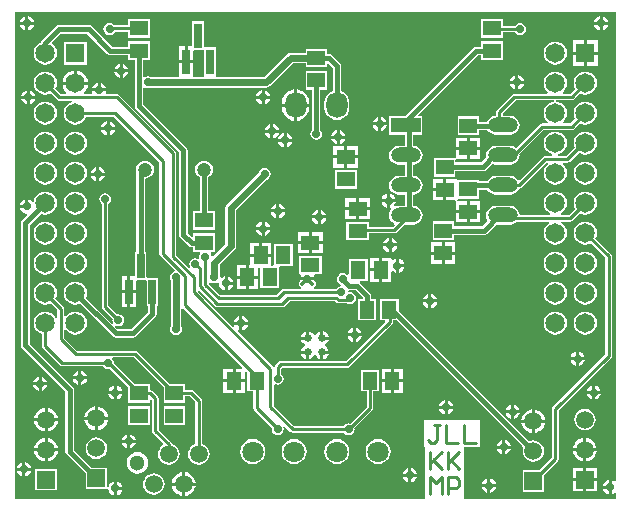
<source format=gbl>
%FSLAX44Y44*%
%MOMM*%
G71*
G01*
G75*
G04 Layer_Physical_Order=2*
G04 Layer_Color=16711680*
%ADD10R,0.8000X0.3250*%
%ADD11R,0.3250X0.8000*%
%ADD12R,2.8000X2.8000*%
%ADD13O,0.3500X1.7000*%
%ADD14R,1.4000X1.0000*%
%ADD15C,0.3000*%
%ADD16C,0.4000*%
%ADD17C,0.6000*%
%ADD18C,0.2500*%
%ADD19C,0.5000*%
%ADD20C,1.0000*%
%ADD21C,0.2032*%
%ADD22C,1.8000*%
%ADD23O,1.8000X2.2000*%
%ADD24R,2.5400X1.2700*%
%ADD25O,2.5400X1.2700*%
%ADD26C,1.2000*%
%ADD27C,1.5000*%
%ADD28C,1.3000*%
%ADD29R,1.5000X1.5000*%
%ADD30C,1.6500*%
%ADD31R,1.6500X1.6500*%
%ADD32C,0.7000*%
%ADD33C,0.6600*%
%ADD34R,1.5000X1.3000*%
%ADD35R,0.6500X2.1000*%
%ADD36R,1.3000X1.5000*%
%ADD37R,1.6000X1.3000*%
%ADD38R,1.3000X1.6000*%
%ADD39C,0.2540*%
G36*
X909518Y905086D02*
X908248Y904408D01*
X906874Y905325D01*
X905788Y905541D01*
Y899636D01*
Y893730D01*
X906874Y893946D01*
X908248Y894864D01*
X909518Y894185D01*
Y889636D01*
X781050D01*
Y910596D01*
Y933096D01*
X794795D01*
Y956171D01*
X746728D01*
Y933096D01*
X747978D01*
Y910596D01*
Y889636D01*
X400768D01*
Y1302136D01*
X909518D01*
Y905086D01*
D02*
G37*
%LPC*%
G36*
X420748Y993041D02*
X419661Y992825D01*
X417663Y991490D01*
X416328Y989492D01*
X416112Y988406D01*
X420748D01*
Y993041D01*
D02*
G37*
G36*
X584998Y999676D02*
X577228D01*
Y990906D01*
X584998D01*
Y999676D01*
D02*
G37*
G36*
X423288Y993041D02*
Y988406D01*
X427924D01*
X427707Y989492D01*
X426372Y991490D01*
X424374Y992825D01*
X423288Y993041D01*
D02*
G37*
G36*
X461673Y990866D02*
X457038D01*
Y986230D01*
X458124Y986446D01*
X460122Y987781D01*
X461457Y989779D01*
X461673Y990866D01*
D02*
G37*
G36*
X420748Y985866D02*
X416112D01*
X416328Y984779D01*
X417663Y982781D01*
X419661Y981446D01*
X420748Y981230D01*
Y985866D01*
D02*
G37*
G36*
X427924D02*
X423288D01*
Y981230D01*
X424374Y981446D01*
X426372Y982781D01*
X427707Y984779D01*
X427924Y985866D01*
D02*
G37*
G36*
X454498Y990866D02*
X449862D01*
X450078Y989779D01*
X451413Y987781D01*
X453411Y986446D01*
X454498Y986230D01*
Y990866D01*
D02*
G37*
G36*
X718998Y999676D02*
X711228D01*
Y990906D01*
X718998D01*
Y999676D01*
D02*
G37*
G36*
X647248Y1012366D02*
X642816D01*
X643017Y1011357D01*
X644307Y1009425D01*
X646239Y1008135D01*
X647248Y1007934D01*
Y1012366D01*
D02*
G37*
G36*
X882924Y1007116D02*
X878288D01*
Y1002480D01*
X879374Y1002696D01*
X881372Y1004031D01*
X882707Y1006029D01*
X882924Y1007116D01*
D02*
G37*
G36*
X875748Y1014291D02*
X874661Y1014075D01*
X872663Y1012740D01*
X871328Y1010742D01*
X871112Y1009656D01*
X875748D01*
Y1014291D01*
D02*
G37*
G36*
X666219Y1012366D02*
X661788D01*
Y1007934D01*
X662796Y1008135D01*
X664728Y1009425D01*
X666019Y1011357D01*
X666219Y1012366D01*
D02*
G37*
G36*
X454498Y998041D02*
X453411Y997825D01*
X451413Y996490D01*
X450078Y994492D01*
X449862Y993406D01*
X454498D01*
Y998041D01*
D02*
G37*
G36*
X729308Y999676D02*
X721538D01*
Y990906D01*
X729308D01*
Y999676D01*
D02*
G37*
G36*
X875748Y1007116D02*
X871112D01*
X871328Y1006029D01*
X872663Y1004031D01*
X874661Y1002696D01*
X875748Y1002480D01*
Y1007116D01*
D02*
G37*
G36*
X457038Y998041D02*
Y993406D01*
X461673D01*
X461457Y994492D01*
X460122Y996490D01*
X458124Y997825D01*
X457038Y998041D01*
D02*
G37*
G36*
X484498Y978366D02*
X479862D01*
X480078Y977279D01*
X481413Y975281D01*
X483411Y973946D01*
X484498Y973730D01*
Y978366D01*
D02*
G37*
G36*
X767038Y973041D02*
Y968406D01*
X771674D01*
X771457Y969492D01*
X770122Y971490D01*
X768124Y972825D01*
X767038Y973041D01*
D02*
G37*
G36*
X889498Y978366D02*
X884862D01*
X885078Y977279D01*
X886413Y975281D01*
X888411Y973946D01*
X889498Y973730D01*
Y978366D01*
D02*
G37*
G36*
X491674D02*
X487038D01*
Y973730D01*
X488124Y973946D01*
X490122Y975281D01*
X491457Y977279D01*
X491674Y978366D01*
D02*
G37*
G36*
X820748Y969291D02*
X819661Y969075D01*
X817663Y967740D01*
X816328Y965742D01*
X816112Y964656D01*
X820748D01*
Y969291D01*
D02*
G37*
G36*
X771674Y965866D02*
X767038D01*
Y961230D01*
X768124Y961446D01*
X770122Y962781D01*
X771457Y964779D01*
X771674Y965866D01*
D02*
G37*
G36*
X764498Y973041D02*
X763411Y972825D01*
X761413Y971490D01*
X760078Y969492D01*
X759862Y968406D01*
X764498D01*
Y973041D01*
D02*
G37*
G36*
X823288Y969291D02*
Y964656D01*
X827924D01*
X827707Y965742D01*
X826372Y967740D01*
X824374Y969075D01*
X823288Y969291D01*
D02*
G37*
G36*
X896674Y978366D02*
X892038D01*
Y973730D01*
X893124Y973946D01*
X895122Y975281D01*
X896457Y977279D01*
X896674Y978366D01*
D02*
G37*
G36*
X487038Y985541D02*
Y980906D01*
X491674D01*
X491457Y981992D01*
X490122Y983990D01*
X488124Y985325D01*
X487038Y985541D01*
D02*
G37*
G36*
X484498D02*
X483411Y985325D01*
X481413Y983990D01*
X480078Y981992D01*
X479862Y980906D01*
X484498D01*
Y985541D01*
D02*
G37*
G36*
X892038D02*
Y980906D01*
X896674D01*
X896457Y981992D01*
X895122Y983990D01*
X893124Y985325D01*
X892038Y985541D01*
D02*
G37*
G36*
X889498D02*
X888411Y985325D01*
X886413Y983990D01*
X885078Y981992D01*
X884862Y980906D01*
X889498D01*
Y985541D01*
D02*
G37*
G36*
X595308Y988366D02*
X587538D01*
Y979596D01*
X595308D01*
Y988366D01*
D02*
G37*
G36*
X584998D02*
X577228D01*
Y979596D01*
X584998D01*
Y988366D01*
D02*
G37*
G36*
X729308D02*
X721538D01*
Y979596D01*
X729308D01*
Y988366D01*
D02*
G37*
G36*
X718998D02*
X711228D01*
Y979596D01*
X718998D01*
Y988366D01*
D02*
G37*
G36*
X878288Y1014291D02*
Y1009656D01*
X882924D01*
X882707Y1010742D01*
X881372Y1012740D01*
X879374Y1014075D01*
X878288Y1014291D01*
D02*
G37*
G36*
X495748Y1077926D02*
X491228D01*
Y1066156D01*
X495748D01*
Y1077926D01*
D02*
G37*
G36*
X753288Y1063041D02*
Y1058406D01*
X757924D01*
X757707Y1059492D01*
X756372Y1061490D01*
X754374Y1062825D01*
X753288Y1063041D01*
D02*
G37*
G36*
X596248Y1075866D02*
X588478D01*
Y1067096D01*
X596248D01*
Y1075866D01*
D02*
G37*
G36*
X585424Y1070866D02*
X580788D01*
Y1066230D01*
X581875Y1066446D01*
X583872Y1067781D01*
X585207Y1069779D01*
X585424Y1070866D01*
D02*
G37*
G36*
X858208Y1073534D02*
X855663Y1073199D01*
X853291Y1072217D01*
X851254Y1070654D01*
X849691Y1068617D01*
X848709Y1066245D01*
X848374Y1063700D01*
X848709Y1061155D01*
X849691Y1058783D01*
X851254Y1056746D01*
X853291Y1055183D01*
X855663Y1054201D01*
X858208Y1053866D01*
X860753Y1054201D01*
X863125Y1055183D01*
X865162Y1056746D01*
X866725Y1058783D01*
X867707Y1061155D01*
X868042Y1063700D01*
X867707Y1066245D01*
X866725Y1068617D01*
X865162Y1070654D01*
X863125Y1072217D01*
X860753Y1073199D01*
X858208Y1073534D01*
D02*
G37*
G36*
X502808Y1063616D02*
X498288D01*
Y1051846D01*
X502808D01*
Y1063616D01*
D02*
G37*
G36*
X750748Y1063041D02*
X749661Y1062825D01*
X747663Y1061490D01*
X746328Y1059492D01*
X746112Y1058406D01*
X750748D01*
Y1063041D01*
D02*
G37*
G36*
X883608Y1073534D02*
X881063Y1073199D01*
X878691Y1072217D01*
X876654Y1070654D01*
X875091Y1068617D01*
X874109Y1066245D01*
X873774Y1063700D01*
X874109Y1061155D01*
X875091Y1058783D01*
X876654Y1056746D01*
X878691Y1055183D01*
X881063Y1054201D01*
X883608Y1053866D01*
X886153Y1054201D01*
X888525Y1055183D01*
X890562Y1056746D01*
X892125Y1058783D01*
X893107Y1061155D01*
X893442Y1063700D01*
X893107Y1066245D01*
X892125Y1068617D01*
X890562Y1070654D01*
X888525Y1072217D01*
X886153Y1073199D01*
X883608Y1073534D01*
D02*
G37*
G36*
X426408Y1098934D02*
X423863Y1098599D01*
X421491Y1097617D01*
X419454Y1096054D01*
X417891Y1094017D01*
X416909Y1091645D01*
X416574Y1089100D01*
X416909Y1086555D01*
X417891Y1084183D01*
X419454Y1082146D01*
X421491Y1080583D01*
X423863Y1079601D01*
X426408Y1079266D01*
X428953Y1079601D01*
X431325Y1080583D01*
X433362Y1082146D01*
X434925Y1084183D01*
X435907Y1086555D01*
X436242Y1089100D01*
X435907Y1091645D01*
X434925Y1094017D01*
X433362Y1096054D01*
X431325Y1097617D01*
X428953Y1098599D01*
X426408Y1098934D01*
D02*
G37*
G36*
X596248Y1087176D02*
X588478D01*
Y1078406D01*
X596248D01*
Y1087176D01*
D02*
G37*
G36*
X858208Y1098934D02*
X855663Y1098599D01*
X853291Y1097617D01*
X851254Y1096054D01*
X849691Y1094017D01*
X848709Y1091645D01*
X848374Y1089100D01*
X848709Y1086555D01*
X849691Y1084183D01*
X851254Y1082146D01*
X853291Y1080583D01*
X855663Y1079601D01*
X858208Y1079266D01*
X860753Y1079601D01*
X863125Y1080583D01*
X865162Y1082146D01*
X866725Y1084183D01*
X867707Y1086555D01*
X868042Y1089100D01*
X867707Y1091645D01*
X866725Y1094017D01*
X865162Y1096054D01*
X863125Y1097617D01*
X860753Y1098599D01*
X858208Y1098934D01*
D02*
G37*
G36*
X451808D02*
X449263Y1098599D01*
X446891Y1097617D01*
X444854Y1096054D01*
X443291Y1094017D01*
X442309Y1091645D01*
X441974Y1089100D01*
X442309Y1086555D01*
X443291Y1084183D01*
X444854Y1082146D01*
X446891Y1080583D01*
X449263Y1079601D01*
X451808Y1079266D01*
X454353Y1079601D01*
X456725Y1080583D01*
X458762Y1082146D01*
X460325Y1084183D01*
X461307Y1086555D01*
X461642Y1089100D01*
X461307Y1091645D01*
X460325Y1094017D01*
X458762Y1096054D01*
X456725Y1097617D01*
X454353Y1098599D01*
X451808Y1098934D01*
D02*
G37*
G36*
X708998Y1082116D02*
X701228D01*
Y1073346D01*
X708998D01*
Y1082116D01*
D02*
G37*
G36*
X606558Y1075866D02*
X598788D01*
Y1067096D01*
X606558D01*
Y1075866D01*
D02*
G37*
G36*
X660268Y1095636D02*
X641268D01*
Y1079636D01*
X642162D01*
X642761Y1078516D01*
X642578Y1078242D01*
X642362Y1077156D01*
X654173D01*
X653957Y1078242D01*
X653775Y1078516D01*
X654373Y1079636D01*
X660268D01*
Y1095636D01*
D02*
G37*
G36*
X580788Y1078041D02*
Y1073406D01*
X585424D01*
X585207Y1074492D01*
X583872Y1076490D01*
X581875Y1077825D01*
X580788Y1078041D01*
D02*
G37*
G36*
X495748Y1063616D02*
X491228D01*
Y1051846D01*
X495748D01*
Y1063616D01*
D02*
G37*
G36*
X858208Y1048134D02*
X855663Y1047799D01*
X853291Y1046817D01*
X851254Y1045254D01*
X849691Y1043217D01*
X848709Y1040845D01*
X848374Y1038300D01*
X848709Y1035755D01*
X849691Y1033383D01*
X851254Y1031346D01*
X853291Y1029783D01*
X855663Y1028801D01*
X858208Y1028466D01*
X860753Y1028801D01*
X863125Y1029783D01*
X865162Y1031346D01*
X866725Y1033383D01*
X867707Y1035755D01*
X868042Y1038300D01*
X867707Y1040845D01*
X866725Y1043217D01*
X865162Y1045254D01*
X863125Y1046817D01*
X860753Y1047799D01*
X858208Y1048134D01*
D02*
G37*
G36*
X659248Y1031338D02*
X658239Y1031137D01*
X656307Y1029846D01*
X655223Y1028224D01*
X654911Y1028143D01*
X654125D01*
X653812Y1028224D01*
X652728Y1029846D01*
X650796Y1031137D01*
X649788Y1031338D01*
Y1025636D01*
X648518D01*
Y1024366D01*
X642816D01*
X643017Y1023357D01*
X644307Y1021425D01*
X645930Y1020341D01*
X646010Y1020029D01*
Y1019243D01*
X645930Y1018930D01*
X644307Y1017846D01*
X643017Y1015914D01*
X642816Y1014906D01*
X648518D01*
Y1013636D01*
X649788D01*
Y1007934D01*
X650796Y1008135D01*
X652728Y1009425D01*
X653812Y1011048D01*
X654125Y1011128D01*
X654911D01*
X655223Y1011048D01*
X656307Y1009425D01*
X658239Y1008135D01*
X659248Y1007934D01*
Y1013636D01*
X660518D01*
Y1014906D01*
X666219D01*
X666019Y1015914D01*
X664728Y1017846D01*
X663106Y1018930D01*
X663025Y1019243D01*
Y1020029D01*
X663106Y1020341D01*
X664728Y1021425D01*
X666019Y1023357D01*
X666219Y1024366D01*
X660518D01*
Y1025636D01*
X659248D01*
Y1031338D01*
D02*
G37*
G36*
X686998Y1034291D02*
X685911Y1034075D01*
X683913Y1032740D01*
X682578Y1030742D01*
X682362Y1029656D01*
X686998D01*
Y1034291D01*
D02*
G37*
G36*
X883608Y1048134D02*
X881063Y1047799D01*
X878691Y1046817D01*
X876654Y1045254D01*
X875091Y1043217D01*
X874109Y1040845D01*
X873774Y1038300D01*
X874109Y1035755D01*
X875091Y1033383D01*
X876654Y1031346D01*
X878691Y1029783D01*
X881063Y1028801D01*
X883608Y1028466D01*
X886153Y1028801D01*
X888525Y1029783D01*
X890562Y1031346D01*
X892125Y1033383D01*
X893107Y1035755D01*
X893442Y1038300D01*
X893107Y1040845D01*
X892125Y1043217D01*
X890562Y1045254D01*
X888525Y1046817D01*
X886153Y1047799D01*
X883608Y1048134D01*
D02*
G37*
G36*
X694174Y1027116D02*
X689538D01*
Y1022480D01*
X690624Y1022696D01*
X692622Y1024031D01*
X693957Y1026029D01*
X694174Y1027116D01*
D02*
G37*
G36*
X686998D02*
X682362D01*
X682578Y1026029D01*
X683913Y1024031D01*
X685911Y1022696D01*
X686998Y1022480D01*
Y1027116D01*
D02*
G37*
G36*
X661788Y1031338D02*
Y1026906D01*
X666219D01*
X666019Y1027914D01*
X664728Y1029846D01*
X662796Y1031137D01*
X661788Y1031338D01*
D02*
G37*
G36*
X647248D02*
X646239Y1031137D01*
X644307Y1029846D01*
X643017Y1027914D01*
X642816Y1026906D01*
X647248D01*
Y1031338D01*
D02*
G37*
G36*
X426408Y1073534D02*
X423863Y1073199D01*
X421491Y1072217D01*
X419454Y1070654D01*
X417891Y1068617D01*
X416909Y1066245D01*
X416574Y1063700D01*
X416909Y1061155D01*
X417891Y1058783D01*
X419454Y1056746D01*
X421491Y1055183D01*
X423863Y1054201D01*
X426408Y1053866D01*
X428953Y1054201D01*
X431067Y1055076D01*
X436714Y1049429D01*
Y1042216D01*
X435444Y1041963D01*
X434925Y1043217D01*
X433362Y1045254D01*
X431325Y1046817D01*
X428953Y1047799D01*
X426408Y1048134D01*
X423863Y1047799D01*
X421491Y1046817D01*
X419454Y1045254D01*
X417891Y1043217D01*
X416909Y1040845D01*
X416574Y1038300D01*
X416909Y1035755D01*
X417891Y1033383D01*
X419454Y1031346D01*
X421491Y1029783D01*
X423604Y1028908D01*
Y1018996D01*
X423818Y1017923D01*
X424425Y1017013D01*
X438785Y1002653D01*
X439695Y1002045D01*
X440768Y1001832D01*
X475378D01*
X475913Y1001031D01*
X477567Y999926D01*
X479518Y999538D01*
X481088Y999850D01*
X496768Y984170D01*
Y971136D01*
X514768D01*
Y973467D01*
X515947Y973981D01*
X516714Y973361D01*
Y947136D01*
X516927Y946063D01*
X517535Y945153D01*
X526151Y936537D01*
X525900Y934992D01*
X524549Y933955D01*
X523106Y932075D01*
X522200Y929885D01*
X521890Y927536D01*
X522200Y925186D01*
X523106Y922997D01*
X524549Y921117D01*
X526429Y919674D01*
X528618Y918767D01*
X530968Y918458D01*
X533317Y918767D01*
X535507Y919674D01*
X537387Y921117D01*
X538829Y922997D01*
X539736Y925186D01*
X540045Y927536D01*
X539736Y929885D01*
X538829Y932075D01*
X537387Y933955D01*
X535507Y935397D01*
X533678Y936154D01*
X533558Y936759D01*
X532950Y937668D01*
X522322Y948297D01*
Y974636D01*
X522108Y975709D01*
X521500Y976618D01*
X517000Y981118D01*
X516091Y981726D01*
X515018Y981940D01*
X514768D01*
Y987136D01*
X501733D01*
X484552Y1004316D01*
X484616Y1004636D01*
X484228Y1006587D01*
X483242Y1008062D01*
X483601Y1009332D01*
X501507D01*
X526668Y984171D01*
Y971136D01*
X544668D01*
Y976332D01*
X548856D01*
X553564Y971624D01*
Y936116D01*
X551829Y935397D01*
X549949Y933955D01*
X548506Y932075D01*
X547599Y929885D01*
X547290Y927536D01*
X547599Y925186D01*
X548506Y922997D01*
X549949Y921117D01*
X551829Y919674D01*
X554018Y918767D01*
X556368Y918458D01*
X558717Y918767D01*
X560907Y919674D01*
X562787Y921117D01*
X564229Y922997D01*
X565136Y925186D01*
X565445Y927536D01*
X565136Y929885D01*
X564229Y932075D01*
X562787Y933955D01*
X560907Y935397D01*
X559172Y936116D01*
Y972786D01*
X558958Y973859D01*
X558350Y974768D01*
X552000Y981118D01*
X551091Y981726D01*
X550018Y981940D01*
X544668D01*
Y987136D01*
X531633D01*
X504650Y1014118D01*
X503741Y1014726D01*
X502668Y1014940D01*
X453179D01*
X442322Y1025797D01*
Y1032561D01*
X443592Y1032992D01*
X444854Y1031346D01*
X446891Y1029783D01*
X449263Y1028801D01*
X451808Y1028466D01*
X454353Y1028801D01*
X456725Y1029783D01*
X458762Y1031346D01*
X460325Y1033383D01*
X461307Y1035755D01*
X461642Y1038300D01*
X461307Y1040845D01*
X460325Y1043217D01*
X458762Y1045254D01*
X456725Y1046817D01*
X454353Y1047799D01*
X451808Y1048134D01*
X449263Y1047799D01*
X446891Y1046817D01*
X444854Y1045254D01*
X443592Y1043608D01*
X442322Y1044039D01*
Y1050590D01*
X442108Y1051663D01*
X441500Y1052573D01*
X435032Y1059042D01*
X435907Y1061155D01*
X436242Y1063700D01*
X435907Y1066245D01*
X434925Y1068617D01*
X433362Y1070654D01*
X431325Y1072217D01*
X428953Y1073199D01*
X426408Y1073534D01*
D02*
G37*
G36*
X593288Y1044291D02*
Y1039656D01*
X597924D01*
X597707Y1040742D01*
X596372Y1042740D01*
X594375Y1044075D01*
X593288Y1044291D01*
D02*
G37*
G36*
X757924Y1055866D02*
X753288D01*
Y1051230D01*
X754374Y1051446D01*
X756372Y1052781D01*
X757707Y1054779D01*
X757924Y1055866D01*
D02*
G37*
G36*
X750748D02*
X746112D01*
X746328Y1054779D01*
X747663Y1052781D01*
X749661Y1051446D01*
X750748Y1051230D01*
Y1055866D01*
D02*
G37*
G36*
X597924Y1037116D02*
X593288D01*
Y1032480D01*
X594375Y1032696D01*
X596372Y1034031D01*
X597707Y1036029D01*
X597924Y1037116D01*
D02*
G37*
G36*
X689538Y1034291D02*
Y1029656D01*
X694174D01*
X693957Y1030742D01*
X692622Y1032740D01*
X690624Y1034075D01*
X689538Y1034291D01*
D02*
G37*
G36*
X590748Y1044291D02*
X589661Y1044075D01*
X587663Y1042740D01*
X586328Y1040742D01*
X586112Y1039656D01*
X590748D01*
Y1044291D01*
D02*
G37*
G36*
X510768Y1175950D02*
X508810Y1175693D01*
X506985Y1174937D01*
X505419Y1173735D01*
X504216Y1172168D01*
X503461Y1170344D01*
X503203Y1168386D01*
X503449Y1166516D01*
Y1098886D01*
X502268D01*
Y1077926D01*
X498288D01*
Y1066156D01*
X502808D01*
Y1073988D01*
X503706Y1074886D01*
X510998D01*
X511768Y1074886D01*
X512268Y1073823D01*
X512268Y1073823D01*
Y1052886D01*
X513449D01*
Y1047364D01*
X499290Y1033204D01*
X487350D01*
X485080Y1035475D01*
X485889Y1036462D01*
X486317Y1036176D01*
X488268Y1035788D01*
X490219Y1036176D01*
X491872Y1037281D01*
X492978Y1038935D01*
X493366Y1040886D01*
X492978Y1042837D01*
X491872Y1044491D01*
X490219Y1045596D01*
X488268Y1045984D01*
X487323Y1045796D01*
X479822Y1053297D01*
Y1139246D01*
X480623Y1139781D01*
X481728Y1141435D01*
X482116Y1143386D01*
X481728Y1145337D01*
X480623Y1146991D01*
X478969Y1148096D01*
X477018Y1148484D01*
X475067Y1148096D01*
X473413Y1146991D01*
X472308Y1145337D01*
X471920Y1143386D01*
X472308Y1141435D01*
X473413Y1139781D01*
X474214Y1139246D01*
Y1052136D01*
X474427Y1051063D01*
X475035Y1050153D01*
X483358Y1041831D01*
X483170Y1040886D01*
X483558Y1038935D01*
X483844Y1038507D01*
X482857Y1037698D01*
X460748Y1059806D01*
X461307Y1061155D01*
X461642Y1063700D01*
X461307Y1066245D01*
X460325Y1068617D01*
X458762Y1070654D01*
X456725Y1072217D01*
X454353Y1073199D01*
X451808Y1073534D01*
X449263Y1073199D01*
X446891Y1072217D01*
X444854Y1070654D01*
X443291Y1068617D01*
X442309Y1066245D01*
X441974Y1063700D01*
X442309Y1061155D01*
X443291Y1058783D01*
X444854Y1056746D01*
X446891Y1055183D01*
X449263Y1054201D01*
X451808Y1053866D01*
X454353Y1054201D01*
X455702Y1054760D01*
X483349Y1027112D01*
X484507Y1026339D01*
X485872Y1026067D01*
X500768D01*
X502133Y1026339D01*
X503291Y1027112D01*
X519541Y1043362D01*
X520315Y1044520D01*
X520586Y1045886D01*
Y1052886D01*
X521768D01*
Y1076886D01*
X513038D01*
X512268Y1076886D01*
X511768Y1077949D01*
Y1098886D01*
X510586D01*
Y1160662D01*
X510768Y1160821D01*
X512726Y1161079D01*
X514550Y1161834D01*
X516117Y1163037D01*
X517319Y1164603D01*
X518075Y1166428D01*
X518332Y1168386D01*
X518075Y1170344D01*
X517319Y1172168D01*
X516117Y1173735D01*
X514550Y1174937D01*
X512726Y1175693D01*
X510768Y1175950D01*
D02*
G37*
G36*
X414174Y913366D02*
X409538D01*
Y908730D01*
X410625Y908946D01*
X412622Y910281D01*
X413957Y912279D01*
X414174Y913366D01*
D02*
G37*
G36*
X406998D02*
X402362D01*
X402578Y912279D01*
X403913Y910281D01*
X405911Y908946D01*
X406998Y908730D01*
Y913366D01*
D02*
G37*
G36*
X736208Y915542D02*
Y910906D01*
X740844D01*
X740627Y911992D01*
X739292Y913990D01*
X737294Y915325D01*
X736208Y915542D01*
D02*
G37*
G36*
X733668D02*
X732581Y915325D01*
X730583Y913990D01*
X729248Y911992D01*
X729032Y910906D01*
X733668D01*
Y915542D01*
D02*
G37*
G36*
X740844Y908366D02*
X736208D01*
Y903730D01*
X737294Y903946D01*
X739292Y905281D01*
X740627Y907279D01*
X740844Y908366D01*
D02*
G37*
G36*
X733668D02*
X729032D01*
X729248Y907279D01*
X730583Y905281D01*
X732581Y903946D01*
X733668Y903730D01*
Y908366D01*
D02*
G37*
G36*
X893308Y915926D02*
X884538D01*
Y907156D01*
X893308D01*
Y915926D01*
D02*
G37*
G36*
X881998D02*
X873228D01*
Y907156D01*
X881998D01*
Y915926D01*
D02*
G37*
G36*
X673268Y940226D02*
X670527Y939865D01*
X667972Y938808D01*
X665779Y937124D01*
X664096Y934931D01*
X663038Y932377D01*
X662677Y929636D01*
X663038Y926895D01*
X664096Y924341D01*
X665779Y922147D01*
X667972Y920464D01*
X670527Y919406D01*
X673268Y919045D01*
X676009Y919406D01*
X678563Y920464D01*
X680756Y922147D01*
X682439Y924341D01*
X683497Y926895D01*
X683858Y929636D01*
X683497Y932377D01*
X682439Y934931D01*
X680756Y937124D01*
X678563Y938808D01*
X676009Y939865D01*
X673268Y940226D01*
D02*
G37*
G36*
X637018D02*
X634277Y939865D01*
X631722Y938808D01*
X629529Y937124D01*
X627846Y934931D01*
X626788Y932377D01*
X626427Y929636D01*
X626788Y926895D01*
X627846Y924341D01*
X629529Y922147D01*
X631722Y920464D01*
X634277Y919406D01*
X637018Y919045D01*
X639759Y919406D01*
X642313Y920464D01*
X644506Y922147D01*
X646189Y924341D01*
X647247Y926895D01*
X647608Y929636D01*
X647247Y932377D01*
X646189Y934931D01*
X644506Y937124D01*
X642313Y938808D01*
X639759Y939865D01*
X637018Y940226D01*
D02*
G37*
G36*
X425748Y930016D02*
X417058D01*
X417236Y928665D01*
X418248Y926223D01*
X419857Y924125D01*
X421955Y922516D01*
X424397Y921504D01*
X425748Y921327D01*
Y930016D01*
D02*
G37*
G36*
X708268Y940226D02*
X705527Y939865D01*
X702972Y938808D01*
X700779Y937124D01*
X699096Y934931D01*
X698038Y932377D01*
X697677Y929636D01*
X698038Y926895D01*
X699096Y924341D01*
X700779Y922147D01*
X702972Y920464D01*
X705527Y919406D01*
X708268Y919045D01*
X711009Y919406D01*
X713563Y920464D01*
X715756Y922147D01*
X717439Y924341D01*
X718497Y926895D01*
X718858Y929636D01*
X718497Y932377D01*
X717439Y934931D01*
X715756Y937124D01*
X713563Y938808D01*
X711009Y939865D01*
X708268Y940226D01*
D02*
G37*
G36*
X406998Y920541D02*
X405911Y920325D01*
X403913Y918990D01*
X402578Y916992D01*
X402362Y915906D01*
X406998D01*
Y920541D01*
D02*
G37*
G36*
X504268Y929213D02*
X501918Y928904D01*
X499729Y927997D01*
X497849Y926555D01*
X496406Y924675D01*
X495499Y922485D01*
X495190Y920136D01*
X495499Y917786D01*
X496406Y915597D01*
X497849Y913717D01*
X499729Y912274D01*
X501918Y911367D01*
X504268Y911058D01*
X506617Y911367D01*
X508807Y912274D01*
X510687Y913717D01*
X512129Y915597D01*
X513036Y917786D01*
X513345Y920136D01*
X513036Y922485D01*
X512129Y924675D01*
X510687Y926555D01*
X508807Y927997D01*
X506617Y928904D01*
X504268Y929213D01*
D02*
G37*
G36*
X602018Y940226D02*
X599277Y939865D01*
X596722Y938808D01*
X594529Y937124D01*
X592846Y934931D01*
X591788Y932377D01*
X591427Y929636D01*
X591788Y926895D01*
X592846Y924341D01*
X594529Y922147D01*
X596722Y920464D01*
X599277Y919406D01*
X602018Y919045D01*
X604759Y919406D01*
X607313Y920464D01*
X609506Y922147D01*
X611189Y924341D01*
X612248Y926895D01*
X612608Y929636D01*
X612248Y932377D01*
X611189Y934931D01*
X609506Y937124D01*
X607313Y938808D01*
X604759Y939865D01*
X602018Y940226D01*
D02*
G37*
G36*
X409538Y920541D02*
Y915906D01*
X414174D01*
X413957Y916992D01*
X412622Y918990D01*
X410625Y920325D01*
X409538Y920541D01*
D02*
G37*
G36*
X544938Y912095D02*
Y903406D01*
X553627D01*
X553449Y904757D01*
X552438Y907199D01*
X550828Y909296D01*
X548731Y910906D01*
X546289Y911917D01*
X544938Y912095D01*
D02*
G37*
G36*
X800748Y899616D02*
X796112D01*
X796328Y898529D01*
X797663Y896531D01*
X799661Y895196D01*
X800748Y894980D01*
Y899616D01*
D02*
G37*
G36*
X903248Y898366D02*
X898612D01*
X898828Y897279D01*
X900163Y895281D01*
X902161Y893946D01*
X903248Y893730D01*
Y898366D01*
D02*
G37*
G36*
X883608Y1124334D02*
X881063Y1123999D01*
X878691Y1123017D01*
X876654Y1121454D01*
X875091Y1119417D01*
X874109Y1117045D01*
X873774Y1114500D01*
X874109Y1111955D01*
X875091Y1109583D01*
X876654Y1107546D01*
X878691Y1105983D01*
X881063Y1105001D01*
X883608Y1104666D01*
X886153Y1105001D01*
X888267Y1105876D01*
X900464Y1093679D01*
Y1012047D01*
X856285Y967868D01*
X855677Y966959D01*
X855464Y965886D01*
Y924547D01*
X844553Y913636D01*
X830518D01*
Y895636D01*
X848518D01*
Y909670D01*
X860250Y921403D01*
X860858Y922313D01*
X861072Y923386D01*
Y964724D01*
X905250Y1008903D01*
X905858Y1009813D01*
X906072Y1010886D01*
Y1094840D01*
X905858Y1095913D01*
X905250Y1096823D01*
X892232Y1109842D01*
X893107Y1111955D01*
X893442Y1114500D01*
X893107Y1117045D01*
X892125Y1119417D01*
X890562Y1121454D01*
X888525Y1123017D01*
X886153Y1123999D01*
X883608Y1124334D01*
D02*
G37*
G36*
X807924Y899616D02*
X803288D01*
Y894980D01*
X804374Y895196D01*
X806372Y896531D01*
X807707Y898529D01*
X807924Y899616D01*
D02*
G37*
G36*
X553627Y900866D02*
X544938D01*
Y892176D01*
X546289Y892354D01*
X548731Y893366D01*
X550828Y894975D01*
X552438Y897072D01*
X553449Y899515D01*
X553627Y900866D01*
D02*
G37*
G36*
X542398D02*
X533708D01*
X533886Y899515D01*
X534898Y897072D01*
X536507Y894975D01*
X538605Y893366D01*
X541047Y892354D01*
X542398Y892176D01*
Y900866D01*
D02*
G37*
G36*
X518268Y911213D02*
X515918Y910904D01*
X513729Y909997D01*
X511849Y908555D01*
X510406Y906674D01*
X509500Y904485D01*
X509190Y902136D01*
X509500Y899786D01*
X510406Y897597D01*
X511849Y895717D01*
X513729Y894274D01*
X515918Y893367D01*
X518268Y893058D01*
X520617Y893367D01*
X522807Y894274D01*
X524687Y895717D01*
X526129Y897597D01*
X527036Y899786D01*
X527345Y902136D01*
X527036Y904485D01*
X526129Y906674D01*
X524687Y908555D01*
X522807Y909997D01*
X520617Y910904D01*
X518268Y911213D01*
D02*
G37*
G36*
X491674Y897116D02*
X487038D01*
Y892480D01*
X488124Y892696D01*
X490122Y894031D01*
X491457Y896029D01*
X491674Y897116D01*
D02*
G37*
G36*
X800748Y906791D02*
X799661Y906575D01*
X797663Y905240D01*
X796328Y903242D01*
X796112Y902156D01*
X800748D01*
Y906791D01*
D02*
G37*
G36*
X903248Y905541D02*
X902161Y905325D01*
X900163Y903990D01*
X898828Y901992D01*
X898612Y900906D01*
X903248D01*
Y905541D01*
D02*
G37*
G36*
X542398Y912095D02*
X541047Y911917D01*
X538605Y910906D01*
X536507Y909296D01*
X534898Y907199D01*
X533886Y904757D01*
X533708Y903406D01*
X542398D01*
Y912095D01*
D02*
G37*
G36*
X803288Y906791D02*
Y902156D01*
X807924D01*
X807707Y903242D01*
X806372Y905240D01*
X804374Y906575D01*
X803288Y906791D01*
D02*
G37*
G36*
X893308Y904616D02*
X884538D01*
Y895846D01*
X893308D01*
Y904616D01*
D02*
G37*
G36*
X881998D02*
X873228D01*
Y895846D01*
X881998D01*
Y904616D01*
D02*
G37*
G36*
X487038Y904291D02*
Y899656D01*
X491674D01*
X491457Y900742D01*
X490122Y902740D01*
X488124Y904075D01*
X487038Y904291D01*
D02*
G37*
G36*
X436018Y914886D02*
X418018D01*
Y896886D01*
X436018D01*
Y914886D01*
D02*
G37*
G36*
X436977Y930016D02*
X428288D01*
Y921327D01*
X429639Y921504D01*
X432081Y922516D01*
X434179Y924125D01*
X435788Y926223D01*
X436800Y928665D01*
X436977Y930016D01*
D02*
G37*
G36*
X514768Y968136D02*
X496768D01*
Y952136D01*
X514768D01*
Y968136D01*
D02*
G37*
G36*
X479477Y956666D02*
X470788D01*
Y947976D01*
X472139Y948154D01*
X474581Y949166D01*
X476678Y950775D01*
X478288Y952872D01*
X479299Y955315D01*
X479477Y956666D01*
D02*
G37*
G36*
X838248Y965395D02*
X836897Y965217D01*
X834454Y964206D01*
X832357Y962596D01*
X830748Y960499D01*
X829736Y958057D01*
X829558Y956706D01*
X838248D01*
Y965395D01*
D02*
G37*
G36*
X544668Y968136D02*
X526668D01*
Y952136D01*
X544668D01*
Y968136D01*
D02*
G37*
G36*
X436977Y955416D02*
X428288D01*
Y946727D01*
X429639Y946904D01*
X432081Y947916D01*
X434179Y949525D01*
X435788Y951623D01*
X436800Y954065D01*
X436977Y955416D01*
D02*
G37*
G36*
X425748D02*
X417058D01*
X417236Y954065D01*
X418248Y951623D01*
X419857Y949525D01*
X421955Y947916D01*
X424397Y946904D01*
X425748Y946727D01*
Y955416D01*
D02*
G37*
G36*
X468248Y956666D02*
X459558D01*
X459736Y955315D01*
X460748Y952872D01*
X462357Y950775D01*
X464454Y949166D01*
X466897Y948154D01*
X468248Y947976D01*
Y956666D01*
D02*
G37*
G36*
X883268Y965763D02*
X880918Y965454D01*
X878729Y964547D01*
X876849Y963105D01*
X875406Y961225D01*
X874500Y959035D01*
X874190Y956686D01*
X874500Y954336D01*
X875406Y952147D01*
X876849Y950267D01*
X878729Y948824D01*
X880918Y947918D01*
X883268Y947608D01*
X885617Y947918D01*
X887807Y948824D01*
X889687Y950267D01*
X891129Y952147D01*
X892036Y954336D01*
X892346Y956686D01*
X892036Y959035D01*
X891129Y961225D01*
X889687Y963105D01*
X887807Y964547D01*
X885617Y965454D01*
X883268Y965763D01*
D02*
G37*
G36*
X468248Y967895D02*
X466897Y967717D01*
X464454Y966706D01*
X462357Y965096D01*
X460748Y962999D01*
X459736Y960557D01*
X459558Y959206D01*
X468248D01*
Y967895D01*
D02*
G37*
G36*
X428288Y966645D02*
Y957956D01*
X436977D01*
X436800Y959307D01*
X435788Y961749D01*
X434179Y963847D01*
X432081Y965456D01*
X429639Y966467D01*
X428288Y966645D01*
D02*
G37*
G36*
X764498Y965866D02*
X759862D01*
X760078Y964779D01*
X761413Y962781D01*
X763411Y961446D01*
X764498Y961230D01*
Y965866D01*
D02*
G37*
G36*
X470788Y967895D02*
Y959206D01*
X479477D01*
X479299Y960557D01*
X478288Y962999D01*
X476678Y965096D01*
X474581Y966706D01*
X472139Y967717D01*
X470788Y967895D01*
D02*
G37*
G36*
X820748Y962116D02*
X816112D01*
X816328Y961029D01*
X817663Y959031D01*
X819661Y957696D01*
X820748Y957480D01*
Y962116D01*
D02*
G37*
G36*
X840788Y965395D02*
Y956706D01*
X849477D01*
X849299Y958057D01*
X848288Y960499D01*
X846678Y962596D01*
X844581Y964206D01*
X842139Y965217D01*
X840788Y965395D01*
D02*
G37*
G36*
X425748Y966645D02*
X424397Y966467D01*
X421955Y965456D01*
X419857Y963847D01*
X418248Y961749D01*
X417236Y959307D01*
X417058Y957956D01*
X425748D01*
Y966645D01*
D02*
G37*
G36*
X827924Y962116D02*
X823288D01*
Y957480D01*
X824374Y957696D01*
X826372Y959031D01*
X827707Y961029D01*
X827924Y962116D01*
D02*
G37*
G36*
X849477Y954166D02*
X840788D01*
Y945476D01*
X842139Y945654D01*
X844581Y946666D01*
X846678Y948275D01*
X848288Y950372D01*
X849299Y952815D01*
X849477Y954166D01*
D02*
G37*
G36*
X495748Y937116D02*
X491112D01*
X491328Y936029D01*
X492663Y934031D01*
X494661Y932696D01*
X495748Y932480D01*
Y937116D01*
D02*
G37*
G36*
X820424Y932116D02*
X815788D01*
Y927480D01*
X816874Y927696D01*
X818872Y929031D01*
X820207Y931029D01*
X820424Y932116D01*
D02*
G37*
G36*
X425748Y941245D02*
X424397Y941067D01*
X421955Y940056D01*
X419857Y938447D01*
X418248Y936349D01*
X417236Y933907D01*
X417058Y932556D01*
X425748D01*
Y941245D01*
D02*
G37*
G36*
X502924Y937116D02*
X498288D01*
Y932480D01*
X499374Y932696D01*
X501372Y934031D01*
X502707Y936029D01*
X502924Y937116D01*
D02*
G37*
G36*
X893227Y930016D02*
X884538D01*
Y921327D01*
X885889Y921504D01*
X888331Y922516D01*
X890428Y924125D01*
X892038Y926223D01*
X893049Y928665D01*
X893227Y930016D01*
D02*
G37*
G36*
X881998D02*
X873308D01*
X873486Y928665D01*
X874498Y926223D01*
X876107Y924125D01*
X878205Y922516D01*
X880647Y921504D01*
X881998Y921327D01*
Y930016D01*
D02*
G37*
G36*
X813248Y932116D02*
X808612D01*
X808828Y931029D01*
X810163Y929031D01*
X812161Y927696D01*
X813248Y927480D01*
Y932116D01*
D02*
G37*
G36*
X469518Y941613D02*
X467168Y941304D01*
X464979Y940397D01*
X463099Y938955D01*
X461656Y937075D01*
X460749Y934885D01*
X460440Y932536D01*
X460749Y930186D01*
X461656Y927997D01*
X463099Y926117D01*
X464979Y924674D01*
X467168Y923767D01*
X469518Y923458D01*
X471867Y923767D01*
X474057Y924674D01*
X475937Y926117D01*
X477379Y927997D01*
X478286Y930186D01*
X478595Y932536D01*
X478286Y934885D01*
X477379Y937075D01*
X475937Y938955D01*
X474057Y940397D01*
X471867Y941304D01*
X469518Y941613D01*
D02*
G37*
G36*
X495748Y944291D02*
X494661Y944075D01*
X492663Y942740D01*
X491328Y940742D01*
X491112Y939656D01*
X495748D01*
Y944291D01*
D02*
G37*
G36*
X815788Y939291D02*
Y934656D01*
X820424D01*
X820207Y935742D01*
X818872Y937740D01*
X816874Y939075D01*
X815788Y939291D01*
D02*
G37*
G36*
X838248Y954166D02*
X829558D01*
X829736Y952815D01*
X830748Y950372D01*
X832357Y948275D01*
X834454Y946666D01*
X836897Y945654D01*
X838248Y945476D01*
Y954166D01*
D02*
G37*
G36*
X498288Y944291D02*
Y939656D01*
X502924D01*
X502707Y940742D01*
X501372Y942740D01*
X499374Y944075D01*
X498288Y944291D01*
D02*
G37*
G36*
X881998Y941245D02*
X880647Y941067D01*
X878205Y940056D01*
X876107Y938447D01*
X874498Y936349D01*
X873486Y933907D01*
X873308Y932556D01*
X881998D01*
Y941245D01*
D02*
G37*
G36*
X428288D02*
Y932556D01*
X436977D01*
X436800Y933907D01*
X435788Y936349D01*
X434179Y938447D01*
X432081Y940056D01*
X429639Y941067D01*
X428288Y941245D01*
D02*
G37*
G36*
X813248Y939291D02*
X812161Y939075D01*
X810163Y937740D01*
X808828Y935742D01*
X808612Y934656D01*
X813248D01*
Y939291D01*
D02*
G37*
G36*
X884538Y941245D02*
Y932556D01*
X893227D01*
X893049Y933907D01*
X892038Y936349D01*
X890428Y938447D01*
X888331Y940056D01*
X885889Y941067D01*
X884538Y941245D01*
D02*
G37*
G36*
X710788Y1213041D02*
Y1208406D01*
X715424D01*
X715207Y1209492D01*
X713872Y1211490D01*
X711874Y1212825D01*
X710788Y1213041D01*
D02*
G37*
G36*
X708248D02*
X707161Y1212825D01*
X705163Y1211490D01*
X703828Y1209492D01*
X703612Y1208406D01*
X708248D01*
Y1213041D01*
D02*
G37*
G36*
X649907Y1221616D02*
X639538D01*
Y1209413D01*
X641280Y1209643D01*
X644088Y1210806D01*
X646498Y1212655D01*
X648348Y1215066D01*
X649511Y1217873D01*
X649907Y1220886D01*
Y1221616D01*
D02*
G37*
G36*
X636998D02*
X626628D01*
Y1220886D01*
X627025Y1217873D01*
X628188Y1215066D01*
X630037Y1212655D01*
X632448Y1210806D01*
X635255Y1209643D01*
X636998Y1209413D01*
Y1221616D01*
D02*
G37*
G36*
X478248Y1209291D02*
X477161Y1209075D01*
X475163Y1207740D01*
X473828Y1205742D01*
X473612Y1204656D01*
X478248D01*
Y1209291D01*
D02*
G37*
G36*
X619538Y1206791D02*
Y1202156D01*
X624174D01*
X623957Y1203242D01*
X622622Y1205240D01*
X620624Y1206575D01*
X619538Y1206791D01*
D02*
G37*
G36*
X426408Y1225934D02*
X423863Y1225599D01*
X421491Y1224617D01*
X419454Y1223054D01*
X417891Y1221017D01*
X416909Y1218645D01*
X416574Y1216100D01*
X416909Y1213555D01*
X417891Y1211183D01*
X419454Y1209146D01*
X421491Y1207583D01*
X423863Y1206601D01*
X426408Y1206266D01*
X428953Y1206601D01*
X431325Y1207583D01*
X433362Y1209146D01*
X434925Y1211183D01*
X435907Y1213555D01*
X436242Y1216100D01*
X435907Y1218645D01*
X434925Y1221017D01*
X433362Y1223054D01*
X431325Y1224617D01*
X428953Y1225599D01*
X426408Y1225934D01*
D02*
G37*
G36*
X480788Y1209291D02*
Y1204656D01*
X485424D01*
X485207Y1205742D01*
X483872Y1207740D01*
X481874Y1209075D01*
X480788Y1209291D01*
D02*
G37*
G36*
X639538Y1236358D02*
Y1224156D01*
X649907D01*
Y1224886D01*
X649511Y1227898D01*
X648348Y1230705D01*
X646498Y1233116D01*
X644088Y1234966D01*
X641280Y1236129D01*
X639538Y1236358D01*
D02*
G37*
G36*
X636998D02*
X635255Y1236129D01*
X632448Y1234966D01*
X630037Y1233116D01*
X628188Y1230705D01*
X627025Y1227898D01*
X626628Y1224886D01*
Y1224156D01*
X636998D01*
Y1236358D01*
D02*
G37*
G36*
X413288Y1235541D02*
Y1230906D01*
X417923D01*
X417707Y1231992D01*
X416372Y1233990D01*
X414374Y1235325D01*
X413288Y1235541D01*
D02*
G37*
G36*
X410748D02*
X409661Y1235325D01*
X407663Y1233990D01*
X406328Y1231992D01*
X406112Y1230906D01*
X410748D01*
Y1235541D01*
D02*
G37*
G36*
X417923Y1228366D02*
X413288D01*
Y1223730D01*
X414374Y1223946D01*
X416372Y1225281D01*
X417707Y1227279D01*
X417923Y1228366D01*
D02*
G37*
G36*
X410748D02*
X406112D01*
X406328Y1227279D01*
X407663Y1225281D01*
X409661Y1223946D01*
X410748Y1223730D01*
Y1228366D01*
D02*
G37*
G36*
X616674D02*
X612038D01*
Y1223730D01*
X613125Y1223946D01*
X615122Y1225281D01*
X616457Y1227279D01*
X616674Y1228366D01*
D02*
G37*
G36*
X609498D02*
X604862D01*
X605078Y1227279D01*
X606413Y1225281D01*
X608411Y1223946D01*
X609498Y1223730D01*
Y1228366D01*
D02*
G37*
G36*
X616998Y1206791D02*
X615911Y1206575D01*
X613913Y1205240D01*
X612578Y1203242D01*
X612362Y1202156D01*
X616998D01*
Y1206791D01*
D02*
G37*
G36*
X664768Y1251886D02*
X646768D01*
Y1235886D01*
X652199D01*
Y1202265D01*
X652163Y1202241D01*
X651058Y1200587D01*
X650670Y1198636D01*
X651058Y1196685D01*
X652163Y1195031D01*
X653817Y1193926D01*
X655768Y1193538D01*
X657719Y1193926D01*
X659372Y1195031D01*
X660478Y1196685D01*
X660866Y1198636D01*
X660478Y1200587D01*
X659372Y1202241D01*
X659336Y1202265D01*
Y1235886D01*
X664768D01*
Y1251886D01*
D02*
G37*
G36*
X680424Y1194616D02*
X675788D01*
Y1189980D01*
X676874Y1190196D01*
X678872Y1191531D01*
X680207Y1193529D01*
X680424Y1194616D01*
D02*
G37*
G36*
X630788Y1199291D02*
Y1194656D01*
X635424D01*
X635207Y1195742D01*
X633872Y1197740D01*
X631875Y1199075D01*
X630788Y1199291D01*
D02*
G37*
G36*
X628248D02*
X627161Y1199075D01*
X625163Y1197740D01*
X623828Y1195742D01*
X623612Y1194656D01*
X628248D01*
Y1199291D01*
D02*
G37*
G36*
X783248Y1195426D02*
X774478D01*
Y1187656D01*
X783248D01*
Y1195426D01*
D02*
G37*
G36*
X635424Y1192116D02*
X630788D01*
Y1187480D01*
X631875Y1187696D01*
X633872Y1189031D01*
X635207Y1191029D01*
X635424Y1192116D01*
D02*
G37*
G36*
X673248Y1194616D02*
X668612D01*
X668828Y1193529D01*
X670163Y1191531D01*
X672161Y1190196D01*
X673248Y1189980D01*
Y1194616D01*
D02*
G37*
G36*
X794558Y1195426D02*
X785788D01*
Y1187656D01*
X794558D01*
Y1195426D01*
D02*
G37*
G36*
X485424Y1202116D02*
X480788D01*
Y1197480D01*
X481874Y1197696D01*
X483872Y1199031D01*
X485207Y1201029D01*
X485424Y1202116D01*
D02*
G37*
G36*
X478248D02*
X473612D01*
X473828Y1201029D01*
X475163Y1199031D01*
X477161Y1197696D01*
X478248Y1197480D01*
Y1202116D01*
D02*
G37*
G36*
X715424Y1205866D02*
X710788D01*
Y1201230D01*
X711874Y1201446D01*
X713872Y1202781D01*
X715207Y1204779D01*
X715424Y1205866D01*
D02*
G37*
G36*
X708248D02*
X703612D01*
X703828Y1204779D01*
X705163Y1202781D01*
X707161Y1201446D01*
X708248Y1201230D01*
Y1205866D01*
D02*
G37*
G36*
X624174Y1199616D02*
X619538D01*
Y1194980D01*
X620624Y1195196D01*
X622622Y1196531D01*
X623957Y1198529D01*
X624174Y1199616D01*
D02*
G37*
G36*
X616998D02*
X612362D01*
X612578Y1198529D01*
X613913Y1196531D01*
X615911Y1195196D01*
X616998Y1194980D01*
Y1199616D01*
D02*
G37*
G36*
X675788Y1201791D02*
Y1197156D01*
X680424D01*
X680207Y1198242D01*
X678872Y1200240D01*
X676874Y1201575D01*
X675788Y1201791D01*
D02*
G37*
G36*
X673248D02*
X672161Y1201575D01*
X670163Y1200240D01*
X668828Y1198242D01*
X668612Y1197156D01*
X673248D01*
Y1201791D01*
D02*
G37*
G36*
X609498Y1235541D02*
X608411Y1235325D01*
X606413Y1233990D01*
X605078Y1231992D01*
X604862Y1230906D01*
X609498D01*
Y1235541D01*
D02*
G37*
G36*
X894398Y1277690D02*
X884878D01*
Y1268170D01*
X894398D01*
Y1277690D01*
D02*
G37*
G36*
X882338D02*
X872818D01*
Y1268170D01*
X882338D01*
Y1277690D01*
D02*
G37*
G36*
X409498Y1290866D02*
X404862D01*
X405078Y1289779D01*
X406413Y1287781D01*
X408411Y1286446D01*
X409498Y1286230D01*
Y1290866D01*
D02*
G37*
G36*
X813518Y1295886D02*
X795518D01*
Y1279886D01*
X813518D01*
Y1284582D01*
X824128D01*
X824663Y1283781D01*
X826317Y1282676D01*
X828268Y1282288D01*
X830219Y1282676D01*
X831873Y1283781D01*
X832978Y1285435D01*
X833366Y1287386D01*
X832978Y1289337D01*
X831873Y1290990D01*
X830219Y1292096D01*
X828268Y1292484D01*
X826317Y1292096D01*
X824663Y1290990D01*
X824128Y1290190D01*
X813518D01*
Y1295886D01*
D02*
G37*
G36*
X461558Y1276650D02*
X442058D01*
Y1257150D01*
X461558D01*
Y1276650D01*
D02*
G37*
G36*
X858208Y1276734D02*
X855663Y1276399D01*
X853291Y1275417D01*
X851254Y1273854D01*
X849691Y1271817D01*
X848709Y1269445D01*
X848374Y1266900D01*
X848709Y1264355D01*
X849691Y1261983D01*
X851254Y1259946D01*
X853291Y1258383D01*
X855663Y1257401D01*
X858208Y1257066D01*
X860753Y1257401D01*
X863125Y1258383D01*
X865162Y1259946D01*
X866725Y1261983D01*
X867707Y1264355D01*
X868042Y1266900D01*
X867707Y1269445D01*
X866725Y1271817D01*
X865162Y1273854D01*
X863125Y1275417D01*
X860753Y1276399D01*
X858208Y1276734D01*
D02*
G37*
G36*
X544498Y1272926D02*
X539978D01*
Y1261156D01*
X544498D01*
Y1272926D01*
D02*
G37*
G36*
X813518Y1276886D02*
X795518D01*
Y1272454D01*
X791268D01*
X789902Y1272183D01*
X788744Y1271409D01*
X731994Y1214659D01*
X731377Y1213736D01*
X717318D01*
Y1198036D01*
X730949D01*
Y1188403D01*
X725168D01*
X723119Y1188134D01*
X721209Y1187343D01*
X719569Y1186084D01*
X718311Y1184445D01*
X717520Y1182535D01*
X717250Y1180486D01*
X717520Y1178437D01*
X718311Y1176527D01*
X719569Y1174887D01*
X721209Y1173629D01*
X723119Y1172838D01*
X725168Y1172568D01*
X730949D01*
Y1163003D01*
X725168D01*
X723119Y1162734D01*
X721209Y1161943D01*
X719569Y1160684D01*
X718311Y1159045D01*
X717520Y1157135D01*
X717250Y1155086D01*
X717520Y1153036D01*
X718311Y1151127D01*
X719569Y1149487D01*
X721209Y1148229D01*
X723119Y1147438D01*
X725168Y1147168D01*
X730949D01*
Y1137604D01*
X725168D01*
X723119Y1137334D01*
X722319Y1137002D01*
X721561Y1138063D01*
X722707Y1139779D01*
X722923Y1140866D01*
X718288D01*
Y1136230D01*
X718865Y1136345D01*
X719380Y1135570D01*
X719484Y1135173D01*
X718311Y1133645D01*
X717520Y1131735D01*
X717250Y1129686D01*
X717520Y1127636D01*
X718311Y1125727D01*
X719569Y1124087D01*
X721209Y1122829D01*
X721911Y1122538D01*
X722159Y1121292D01*
X720806Y1119940D01*
X700268D01*
Y1124386D01*
X681268D01*
Y1108386D01*
X700268D01*
Y1114332D01*
X721968D01*
X723041Y1114545D01*
X723950Y1115153D01*
X730565Y1121768D01*
X737868D01*
X739917Y1122038D01*
X741827Y1122829D01*
X743466Y1124087D01*
X744725Y1125727D01*
X745516Y1127636D01*
X745786Y1129686D01*
X745516Y1131735D01*
X744725Y1133645D01*
X743466Y1135284D01*
X741827Y1136543D01*
X739917Y1137334D01*
X738086Y1137575D01*
Y1147197D01*
X739917Y1147438D01*
X741827Y1148229D01*
X743466Y1149487D01*
X744725Y1151127D01*
X745516Y1153036D01*
X745786Y1155086D01*
X745516Y1157135D01*
X744725Y1159045D01*
X743466Y1160684D01*
X741827Y1161943D01*
X739917Y1162734D01*
X738086Y1162975D01*
Y1172597D01*
X739917Y1172838D01*
X741827Y1173629D01*
X743466Y1174887D01*
X744725Y1176527D01*
X745516Y1178437D01*
X745786Y1180486D01*
X745516Y1182535D01*
X744725Y1184445D01*
X743466Y1186084D01*
X741827Y1187343D01*
X739917Y1188134D01*
X738086Y1188375D01*
Y1198036D01*
X745718D01*
Y1213736D01*
X742824D01*
X742338Y1214909D01*
X792746Y1265317D01*
X795518D01*
Y1260886D01*
X813518D01*
Y1276886D01*
D02*
G37*
G36*
X412038Y1298041D02*
Y1293406D01*
X416674D01*
X416457Y1294492D01*
X415122Y1296490D01*
X413124Y1297825D01*
X412038Y1298041D01*
D02*
G37*
G36*
X409498D02*
X408411Y1297825D01*
X406413Y1296490D01*
X405078Y1294492D01*
X404862Y1293406D01*
X409498D01*
Y1298041D01*
D02*
G37*
G36*
X898288D02*
Y1293406D01*
X902924D01*
X902707Y1294492D01*
X901372Y1296490D01*
X899374Y1297825D01*
X898288Y1298041D01*
D02*
G37*
G36*
X895748D02*
X894661Y1297825D01*
X892663Y1296490D01*
X891328Y1294492D01*
X891112Y1293406D01*
X895748D01*
Y1298041D01*
D02*
G37*
G36*
Y1290866D02*
X891112D01*
X891328Y1289779D01*
X892663Y1287781D01*
X894661Y1286446D01*
X895748Y1286230D01*
Y1290866D01*
D02*
G37*
G36*
X416674D02*
X412038D01*
Y1286230D01*
X413124Y1286446D01*
X415122Y1287781D01*
X416457Y1289779D01*
X416674Y1290866D01*
D02*
G37*
G36*
X514768Y1295886D02*
X496768D01*
Y1290690D01*
X484574D01*
X484372Y1290990D01*
X482719Y1292096D01*
X480768Y1292484D01*
X478817Y1292096D01*
X477163Y1290990D01*
X476058Y1289337D01*
X475670Y1287386D01*
X476058Y1285435D01*
X477163Y1283781D01*
X478817Y1282676D01*
X480768Y1282288D01*
X482719Y1282676D01*
X484372Y1283781D01*
X485242Y1285082D01*
X496768D01*
Y1279886D01*
X514768D01*
Y1295886D01*
D02*
G37*
G36*
X902924Y1290866D02*
X898288D01*
Y1286230D01*
X899374Y1286446D01*
X901372Y1287781D01*
X902707Y1289779D01*
X902924Y1290866D01*
D02*
G37*
G36*
X894398Y1265630D02*
X884878D01*
Y1256110D01*
X894398D01*
Y1265630D01*
D02*
G37*
G36*
X473288Y1241791D02*
Y1237156D01*
X477924D01*
X477707Y1238242D01*
X476372Y1240240D01*
X474374Y1241575D01*
X473288Y1241791D01*
D02*
G37*
G36*
X470748D02*
X469661Y1241575D01*
X467663Y1240240D01*
X466328Y1238242D01*
X466112Y1237156D01*
X470748D01*
Y1241791D01*
D02*
G37*
G36*
X453078Y1252216D02*
Y1242770D01*
X462524D01*
X462320Y1244317D01*
X461233Y1246942D01*
X459504Y1249195D01*
X457250Y1250925D01*
X454625Y1252012D01*
X453078Y1252216D01*
D02*
G37*
G36*
X450538D02*
X448991Y1252012D01*
X446366Y1250925D01*
X444113Y1249195D01*
X442383Y1246942D01*
X441296Y1244317D01*
X441092Y1242770D01*
X450538D01*
Y1252216D01*
D02*
G37*
G36*
X883608Y1251334D02*
X881063Y1250999D01*
X878691Y1250017D01*
X876654Y1248454D01*
X875091Y1246417D01*
X874109Y1244045D01*
X873774Y1241500D01*
X874109Y1238955D01*
X874984Y1236842D01*
X870856Y1232714D01*
X864860D01*
X864429Y1233984D01*
X865162Y1234546D01*
X866725Y1236583D01*
X867707Y1238955D01*
X868042Y1241500D01*
X867707Y1244045D01*
X866725Y1246417D01*
X865162Y1248454D01*
X863125Y1250017D01*
X860753Y1250999D01*
X858208Y1251334D01*
X855663Y1250999D01*
X853291Y1250017D01*
X851254Y1248454D01*
X849691Y1246417D01*
X848709Y1244045D01*
X848374Y1241500D01*
X848709Y1238955D01*
X849691Y1236583D01*
X851254Y1234546D01*
X851987Y1233984D01*
X851556Y1232714D01*
X823542D01*
X822469Y1232500D01*
X821559Y1231892D01*
X808735Y1219068D01*
X808127Y1218159D01*
X807914Y1217086D01*
Y1213803D01*
X807368D01*
X805319Y1213534D01*
X803409Y1212743D01*
X801769Y1211484D01*
X800511Y1209845D01*
X800142Y1208954D01*
X793518D01*
Y1213386D01*
X775518D01*
Y1197386D01*
X793518D01*
Y1201817D01*
X800595D01*
X801769Y1200287D01*
X803409Y1199029D01*
X805319Y1198238D01*
X807368Y1197968D01*
X820068D01*
X822117Y1198238D01*
X824027Y1199029D01*
X825666Y1200287D01*
X826925Y1201927D01*
X827716Y1203837D01*
X827986Y1205886D01*
X827716Y1207935D01*
X826925Y1209845D01*
X825666Y1211484D01*
X824027Y1212743D01*
X822117Y1213534D01*
X820068Y1213803D01*
X813522D01*
Y1215924D01*
X824703Y1227106D01*
X857379D01*
X857462Y1225836D01*
X855663Y1225599D01*
X853291Y1224617D01*
X851254Y1223054D01*
X849691Y1221017D01*
X848709Y1218645D01*
X848374Y1216100D01*
X848709Y1213555D01*
X849691Y1211183D01*
X851254Y1209146D01*
X851823Y1208710D01*
X851392Y1207440D01*
X847018D01*
X845945Y1207226D01*
X845035Y1206618D01*
X825007Y1186590D01*
X824027Y1187343D01*
X822117Y1188134D01*
X820068Y1188403D01*
X807368D01*
X805319Y1188134D01*
X803409Y1187343D01*
X801769Y1186084D01*
X800511Y1184445D01*
X799720Y1182535D01*
X799450Y1180486D01*
X799697Y1178612D01*
X795540Y1174454D01*
X773518D01*
Y1176598D01*
X774478Y1177346D01*
X774788Y1177346D01*
X783248D01*
Y1185116D01*
X774478D01*
Y1179134D01*
X774477Y1179134D01*
X773518Y1178386D01*
X773208Y1178386D01*
X755518D01*
Y1162386D01*
X773518D01*
Y1167317D01*
X797018D01*
X798383Y1167589D01*
X799541Y1168362D01*
X804398Y1173219D01*
X805319Y1172838D01*
X807368Y1172568D01*
X820068D01*
X822117Y1172838D01*
X824027Y1173629D01*
X825666Y1174887D01*
X826925Y1176527D01*
X827716Y1178437D01*
X827986Y1180486D01*
X827851Y1181504D01*
X848179Y1201832D01*
X872144D01*
X873217Y1202045D01*
X874126Y1202653D01*
X878950Y1207476D01*
X881063Y1206601D01*
X883608Y1206266D01*
X886153Y1206601D01*
X888525Y1207583D01*
X890562Y1209146D01*
X892125Y1211183D01*
X893107Y1213555D01*
X893442Y1216100D01*
X893107Y1218645D01*
X892125Y1221017D01*
X890562Y1223054D01*
X888525Y1224617D01*
X886153Y1225599D01*
X883608Y1225934D01*
X881063Y1225599D01*
X878691Y1224617D01*
X876654Y1223054D01*
X875091Y1221017D01*
X874109Y1218645D01*
X873774Y1216100D01*
X874109Y1213555D01*
X874984Y1211441D01*
X870982Y1207440D01*
X865024D01*
X864593Y1208710D01*
X865162Y1209146D01*
X866725Y1211183D01*
X867707Y1213555D01*
X868042Y1216100D01*
X867707Y1218645D01*
X866725Y1221017D01*
X865162Y1223054D01*
X863125Y1224617D01*
X860753Y1225599D01*
X858954Y1225836D01*
X859037Y1227106D01*
X872018D01*
X873091Y1227319D01*
X874000Y1227927D01*
X878950Y1232876D01*
X881063Y1232001D01*
X883608Y1231666D01*
X886153Y1232001D01*
X888525Y1232983D01*
X890562Y1234546D01*
X892125Y1236583D01*
X893107Y1238955D01*
X893442Y1241500D01*
X893107Y1244045D01*
X892125Y1246417D01*
X890562Y1248454D01*
X888525Y1250017D01*
X886153Y1250999D01*
X883608Y1251334D01*
D02*
G37*
G36*
X612038Y1235541D02*
Y1230906D01*
X616674D01*
X616457Y1231992D01*
X615122Y1233990D01*
X613125Y1235325D01*
X612038Y1235541D01*
D02*
G37*
G36*
X831673Y1240866D02*
X827038D01*
Y1236230D01*
X828124Y1236446D01*
X830122Y1237781D01*
X831457Y1239779D01*
X831673Y1240866D01*
D02*
G37*
G36*
X824498D02*
X819862D01*
X820078Y1239779D01*
X821413Y1237781D01*
X823411Y1236446D01*
X824498Y1236230D01*
Y1240866D01*
D02*
G37*
G36*
X489498Y1258042D02*
X488411Y1257825D01*
X486413Y1256490D01*
X485078Y1254492D01*
X484862Y1253406D01*
X489498D01*
Y1258042D01*
D02*
G37*
G36*
X560518Y1293886D02*
X551018D01*
Y1283635D01*
X550670Y1281886D01*
X551018Y1280137D01*
Y1272926D01*
X547038D01*
Y1261156D01*
X551558D01*
Y1268988D01*
X552456Y1269886D01*
X559748D01*
X560518Y1269886D01*
X561018Y1268823D01*
Y1261635D01*
X560670Y1259886D01*
X561018Y1258137D01*
Y1247994D01*
X561018Y1247886D01*
X560757Y1246724D01*
X552777D01*
X551558Y1246846D01*
X551558Y1247994D01*
Y1258616D01*
X539978D01*
Y1247994D01*
X539978Y1246846D01*
X538758Y1246724D01*
X538758D01*
X515401D01*
X515219Y1246846D01*
X513268Y1247234D01*
X511317Y1246846D01*
X510606Y1246371D01*
X509336Y1247050D01*
Y1260886D01*
X514768D01*
Y1276886D01*
X496768D01*
Y1272454D01*
X482996D01*
X465791Y1289659D01*
X464633Y1290433D01*
X463268Y1290704D01*
X438264D01*
X436898Y1290433D01*
X435740Y1289659D01*
X423885Y1277804D01*
X423111Y1276646D01*
X422990Y1276038D01*
X421491Y1275417D01*
X419454Y1273854D01*
X417891Y1271817D01*
X416909Y1269445D01*
X416574Y1266900D01*
X416909Y1264355D01*
X417891Y1261983D01*
X419454Y1259946D01*
X421491Y1258383D01*
X423863Y1257401D01*
X426408Y1257066D01*
X428953Y1257401D01*
X431325Y1258383D01*
X433362Y1259946D01*
X434925Y1261983D01*
X435907Y1264355D01*
X436242Y1266900D01*
X435907Y1269445D01*
X434925Y1271817D01*
X433362Y1273854D01*
X432240Y1274715D01*
X432157Y1275982D01*
X439742Y1283567D01*
X461790D01*
X478994Y1266362D01*
X480152Y1265589D01*
X481518Y1265317D01*
X496768D01*
Y1260886D01*
X502199D01*
Y1222136D01*
X502471Y1220770D01*
X503244Y1219612D01*
X539699Y1183158D01*
Y1113386D01*
X539971Y1112020D01*
X540744Y1110862D01*
X547744Y1103862D01*
X548902Y1103089D01*
X550268Y1102817D01*
X551768D01*
Y1098386D01*
X556983D01*
X557661Y1097116D01*
X557308Y1096587D01*
X556920Y1094636D01*
X557183Y1093310D01*
X556040Y1092546D01*
X555219Y1093096D01*
X553268Y1093484D01*
X551317Y1093096D01*
X549663Y1091991D01*
X548558Y1090337D01*
X548170Y1088386D01*
X548558Y1086435D01*
X548715Y1086200D01*
X547728Y1085390D01*
X537322Y1095797D01*
Y1182136D01*
X537108Y1183209D01*
X536500Y1184118D01*
X489000Y1231618D01*
X488091Y1232226D01*
X487018Y1232440D01*
X478290D01*
X478117Y1232762D01*
X477743Y1233710D01*
X477924Y1234616D01*
X466112D01*
X466292Y1233710D01*
X465918Y1232762D01*
X465746Y1232440D01*
X459700D01*
X459292Y1233642D01*
X459504Y1233804D01*
X461233Y1236058D01*
X462320Y1238683D01*
X462524Y1240230D01*
X441092D01*
X441296Y1238683D01*
X442383Y1236058D01*
X444113Y1233804D01*
X444324Y1233642D01*
X443916Y1232440D01*
X439434D01*
X435032Y1236842D01*
X435907Y1238955D01*
X436242Y1241500D01*
X435907Y1244045D01*
X434925Y1246417D01*
X433362Y1248454D01*
X431325Y1250017D01*
X428953Y1250999D01*
X426408Y1251334D01*
X423863Y1250999D01*
X421491Y1250017D01*
X419454Y1248454D01*
X417891Y1246417D01*
X416909Y1244045D01*
X416574Y1241500D01*
X416909Y1238955D01*
X417891Y1236583D01*
X419454Y1234546D01*
X421491Y1232983D01*
X423863Y1232001D01*
X426408Y1231666D01*
X428953Y1232001D01*
X431067Y1232876D01*
X436290Y1227653D01*
X437199Y1227045D01*
X438272Y1226832D01*
X449051D01*
X449263Y1225599D01*
X446891Y1224617D01*
X444854Y1223054D01*
X443291Y1221017D01*
X442309Y1218645D01*
X441974Y1216100D01*
X442309Y1213555D01*
X443291Y1211183D01*
X444854Y1209146D01*
X446891Y1207583D01*
X449263Y1206601D01*
X451808Y1206266D01*
X454353Y1206601D01*
X456725Y1207583D01*
X458762Y1209146D01*
X460325Y1211183D01*
X461200Y1213296D01*
X484392D01*
X522964Y1174724D01*
Y1097136D01*
X523177Y1096063D01*
X523785Y1095153D01*
X535804Y1083134D01*
X535435Y1081919D01*
X535067Y1081846D01*
X533413Y1080741D01*
X532308Y1079087D01*
X531920Y1077136D01*
X532308Y1075185D01*
X532430Y1075003D01*
Y1035519D01*
X532308Y1035337D01*
X531920Y1033386D01*
X532308Y1031435D01*
X533413Y1029781D01*
X535067Y1028676D01*
X537018Y1028288D01*
X538969Y1028676D01*
X540622Y1029781D01*
X541728Y1031435D01*
X542116Y1033386D01*
X541728Y1035337D01*
X541606Y1035519D01*
Y1050580D01*
X542876Y1051062D01*
X593089Y1000849D01*
X592603Y999676D01*
X587538D01*
Y990906D01*
X595308D01*
Y996730D01*
X596469Y997234D01*
X597268Y996584D01*
Y980636D01*
X602464D01*
Y966386D01*
X602677Y965313D01*
X603285Y964403D01*
X618358Y949331D01*
X618170Y948386D01*
X618558Y946435D01*
X619663Y944781D01*
X621317Y943676D01*
X623268Y943288D01*
X625219Y943676D01*
X626873Y944781D01*
X627978Y946435D01*
X628366Y948386D01*
X627978Y950337D01*
X627821Y950571D01*
X628807Y951381D01*
X633785Y946403D01*
X634695Y945795D01*
X635768Y945582D01*
X679128D01*
X679663Y944781D01*
X681317Y943676D01*
X683268Y943288D01*
X685219Y943676D01*
X686872Y944781D01*
X687978Y946435D01*
X688366Y948386D01*
X688178Y949331D01*
X703250Y964403D01*
X703858Y965313D01*
X704072Y966386D01*
Y980636D01*
X709268D01*
Y998636D01*
X693268D01*
Y980636D01*
X698464D01*
Y967547D01*
X684212Y953296D01*
X683268Y953484D01*
X681317Y953096D01*
X679663Y951991D01*
X679128Y951190D01*
X636929D01*
X619822Y968297D01*
Y986078D01*
X620942Y986676D01*
X621317Y986426D01*
X623268Y986038D01*
X625219Y986426D01*
X626873Y987531D01*
X627978Y989185D01*
X628366Y991136D01*
X627978Y993087D01*
X626873Y994741D01*
X626072Y995276D01*
Y999724D01*
X626929Y1000582D01*
X682018D01*
X683091Y1000795D01*
X684000Y1001403D01*
X720250Y1037653D01*
X720858Y1038563D01*
X721072Y1039636D01*
Y1040736D01*
X723771D01*
X831151Y933355D01*
X830749Y932385D01*
X830440Y930036D01*
X830749Y927686D01*
X831656Y925497D01*
X833099Y923617D01*
X834979Y922174D01*
X837168Y921267D01*
X839518Y920958D01*
X841867Y921267D01*
X844057Y922174D01*
X845937Y923617D01*
X847379Y925497D01*
X848286Y927686D01*
X848595Y930036D01*
X848286Y932385D01*
X847379Y934575D01*
X845937Y936455D01*
X844057Y937897D01*
X841867Y938804D01*
X839518Y939113D01*
X837168Y938804D01*
X836198Y938402D01*
X725768Y1048832D01*
Y1058736D01*
X709768D01*
Y1040736D01*
X713743D01*
X714229Y1039563D01*
X680856Y1006190D01*
X625768D01*
X624695Y1005976D01*
X623785Y1005368D01*
X621285Y1002868D01*
X620677Y1001959D01*
X620591Y1001524D01*
X619243Y1001256D01*
X619000Y1001618D01*
X589155Y1031464D01*
X589654Y1032627D01*
X589733Y1032682D01*
X590748Y1032480D01*
Y1037116D01*
X586112D01*
X586314Y1036101D01*
X586259Y1036022D01*
X585096Y1035523D01*
X555600Y1065018D01*
X555646Y1065247D01*
X557024Y1065665D01*
X570035Y1052653D01*
X570945Y1052045D01*
X572018Y1051832D01*
X627018D01*
X628091Y1052045D01*
X629000Y1052653D01*
X633179Y1056832D01*
X672018D01*
X672446Y1056403D01*
X673356Y1055795D01*
X674429Y1055582D01*
X681585D01*
X682567Y1054926D01*
X684518Y1054538D01*
X686469Y1054926D01*
X688123Y1056031D01*
X689228Y1057685D01*
X689616Y1059636D01*
X689228Y1061587D01*
X688123Y1063241D01*
X686469Y1064346D01*
X684518Y1064734D01*
X683339Y1064499D01*
X683029Y1064534D01*
X682823Y1065121D01*
X682982Y1065506D01*
X683731Y1066317D01*
X689040D01*
X695199Y1060157D01*
Y1058736D01*
X690768D01*
Y1040736D01*
X706768D01*
Y1058736D01*
X702336D01*
Y1061636D01*
X702065Y1063001D01*
X701291Y1064159D01*
X693041Y1072409D01*
X692968Y1072458D01*
X692633Y1074183D01*
X692770Y1074386D01*
X699268D01*
Y1092386D01*
X683268D01*
Y1079688D01*
X681998Y1079303D01*
X681872Y1079491D01*
X680219Y1080596D01*
X678268Y1080984D01*
X676317Y1080596D01*
X674663Y1079491D01*
X673558Y1077837D01*
X673170Y1075886D01*
X673558Y1073935D01*
X674663Y1072281D01*
X676317Y1071176D01*
X676402Y1070906D01*
X675533Y1069438D01*
X675067Y1069346D01*
X673413Y1068241D01*
X672878Y1067440D01*
X653940D01*
X653793Y1068705D01*
X654785Y1069368D01*
X655448Y1070361D01*
X655681Y1071531D01*
X655448Y1072702D01*
X654785Y1073694D01*
X654122Y1074357D01*
X654173Y1074616D01*
X642362D01*
X642413Y1074357D01*
X641750Y1073694D01*
X641087Y1072702D01*
X640854Y1071531D01*
X641087Y1070361D01*
X641750Y1069368D01*
X642743Y1068705D01*
X642595Y1067440D01*
X628268D01*
X627195Y1067226D01*
X626285Y1066618D01*
X622106Y1062440D01*
X574429D01*
X565021Y1071847D01*
X565141Y1072722D01*
X566403Y1073204D01*
X567567Y1072426D01*
X569518Y1072038D01*
X571469Y1072426D01*
X572222Y1072930D01*
X573365Y1072166D01*
X573359Y1072136D01*
X573828Y1069779D01*
X575163Y1067781D01*
X577161Y1066446D01*
X578248Y1066230D01*
Y1072136D01*
Y1078041D01*
X577161Y1077825D01*
X575849Y1076949D01*
X575593Y1076988D01*
X574525Y1077591D01*
X574228Y1079087D01*
X574106Y1079269D01*
Y1087735D01*
X586512Y1100141D01*
X587507Y1101630D01*
X587856Y1103386D01*
Y1133985D01*
X613754Y1159883D01*
X613969Y1159926D01*
X615622Y1161031D01*
X616728Y1162685D01*
X617116Y1164636D01*
X616728Y1166587D01*
X615622Y1168241D01*
X613969Y1169346D01*
X612018Y1169734D01*
X610067Y1169346D01*
X608413Y1168241D01*
X607308Y1166587D01*
X607265Y1166372D01*
X580023Y1139130D01*
X579029Y1137642D01*
X578680Y1135886D01*
Y1105286D01*
X568347Y1094954D01*
X566969Y1095372D01*
X566728Y1096587D01*
X566374Y1097116D01*
X567053Y1098386D01*
X569768D01*
Y1114386D01*
X551768D01*
Y1111729D01*
X550498Y1111202D01*
X546836Y1114864D01*
Y1184636D01*
X546565Y1186001D01*
X545791Y1187159D01*
X509336Y1223614D01*
Y1237222D01*
X510606Y1237901D01*
X511317Y1237426D01*
X513268Y1237038D01*
X515219Y1237426D01*
X515401Y1237548D01*
X613268D01*
X615024Y1237897D01*
X616512Y1238891D01*
X635918Y1258298D01*
X646768D01*
Y1254886D01*
X664768D01*
Y1257543D01*
X666038Y1258069D01*
X669699Y1254408D01*
Y1234773D01*
X667972Y1234057D01*
X665779Y1232374D01*
X664096Y1230181D01*
X663038Y1227627D01*
X662677Y1224886D01*
Y1220886D01*
X663038Y1218145D01*
X664096Y1215590D01*
X665779Y1213397D01*
X667972Y1211714D01*
X670527Y1210656D01*
X673268Y1210295D01*
X676009Y1210656D01*
X678563Y1211714D01*
X680756Y1213397D01*
X682439Y1215590D01*
X683497Y1218145D01*
X683858Y1220886D01*
Y1224886D01*
X683497Y1227627D01*
X682439Y1230181D01*
X680756Y1232374D01*
X678563Y1234057D01*
X676836Y1234773D01*
Y1255886D01*
X676565Y1257251D01*
X675791Y1258409D01*
X668791Y1265409D01*
X667633Y1266183D01*
X666268Y1266454D01*
X664768D01*
Y1270886D01*
X646768D01*
Y1267474D01*
X634018D01*
X632262Y1267125D01*
X630773Y1266130D01*
X611367Y1246724D01*
X570779D01*
Y1246724D01*
X570518Y1247886D01*
X570518Y1247994D01*
Y1258137D01*
X570866Y1259886D01*
X570518Y1261635D01*
Y1271886D01*
X561788D01*
X561018Y1271886D01*
X560518Y1272949D01*
X560518Y1272949D01*
Y1280137D01*
X560866Y1281886D01*
X560518Y1283635D01*
Y1293886D01*
D02*
G37*
G36*
X882338Y1265630D02*
X872818D01*
Y1256110D01*
X882338D01*
Y1265630D01*
D02*
G37*
G36*
X492038Y1258042D02*
Y1253406D01*
X496674D01*
X496457Y1254492D01*
X495122Y1256490D01*
X493124Y1257825D01*
X492038Y1258042D01*
D02*
G37*
G36*
X827038Y1248041D02*
Y1243406D01*
X831673D01*
X831457Y1244492D01*
X830122Y1246490D01*
X828124Y1247825D01*
X827038Y1248041D01*
D02*
G37*
G36*
X824498D02*
X823411Y1247825D01*
X821413Y1246490D01*
X820078Y1244492D01*
X819862Y1243406D01*
X824498D01*
Y1248041D01*
D02*
G37*
G36*
X496674Y1250866D02*
X492038D01*
Y1246230D01*
X493124Y1246446D01*
X495122Y1247781D01*
X496457Y1249779D01*
X496674Y1250866D01*
D02*
G37*
G36*
X489498D02*
X484862D01*
X485078Y1249779D01*
X486413Y1247781D01*
X488411Y1246446D01*
X489498Y1246230D01*
Y1250866D01*
D02*
G37*
G36*
X628248Y1192116D02*
X623612D01*
X623828Y1191029D01*
X625163Y1189031D01*
X627161Y1187696D01*
X628248Y1187480D01*
Y1192116D01*
D02*
G37*
G36*
X609498Y1117116D02*
X604862D01*
X605078Y1116029D01*
X606413Y1114031D01*
X608411Y1112696D01*
X609498Y1112480D01*
Y1117116D01*
D02*
G37*
G36*
X661308Y1115676D02*
X652038D01*
Y1107906D01*
X661308D01*
Y1115676D01*
D02*
G37*
G36*
X560768Y1175950D02*
X558810Y1175693D01*
X556985Y1174937D01*
X555419Y1173735D01*
X554216Y1172168D01*
X553461Y1170344D01*
X553203Y1168386D01*
X553461Y1166428D01*
X554216Y1164603D01*
X555419Y1163037D01*
X556985Y1161834D01*
X557199Y1161746D01*
Y1133386D01*
X551768D01*
Y1117386D01*
X569768D01*
Y1133386D01*
X564336D01*
Y1161746D01*
X564550Y1161834D01*
X566117Y1163037D01*
X567319Y1164603D01*
X568075Y1166428D01*
X568332Y1168386D01*
X568075Y1170344D01*
X567319Y1172168D01*
X566117Y1173735D01*
X564550Y1174937D01*
X562726Y1175693D01*
X560768Y1175950D01*
D02*
G37*
G36*
X616674Y1117116D02*
X612038D01*
Y1112480D01*
X613125Y1112696D01*
X615122Y1114031D01*
X616457Y1116029D01*
X616674Y1117116D01*
D02*
G37*
G36*
X716998Y1110541D02*
X715911Y1110325D01*
X713913Y1108990D01*
X712578Y1106992D01*
X712362Y1105906D01*
X716998D01*
Y1110541D01*
D02*
G37*
G36*
X451808Y1124334D02*
X449263Y1123999D01*
X446891Y1123017D01*
X444854Y1121454D01*
X443291Y1119417D01*
X442309Y1117045D01*
X441974Y1114500D01*
X442309Y1111955D01*
X443291Y1109583D01*
X444854Y1107546D01*
X446891Y1105983D01*
X449263Y1105001D01*
X451808Y1104666D01*
X454353Y1105001D01*
X456725Y1105983D01*
X458762Y1107546D01*
X460325Y1109583D01*
X461307Y1111955D01*
X461642Y1114500D01*
X461307Y1117045D01*
X460325Y1119417D01*
X458762Y1121454D01*
X456725Y1123017D01*
X454353Y1123999D01*
X451808Y1124334D01*
D02*
G37*
G36*
X649498Y1115676D02*
X640228D01*
Y1107906D01*
X649498D01*
Y1115676D01*
D02*
G37*
G36*
X719538Y1110541D02*
Y1105906D01*
X724174D01*
X723957Y1106992D01*
X722622Y1108990D01*
X720624Y1110325D01*
X719538Y1110541D01*
D02*
G37*
G36*
X794558Y1131366D02*
X785788D01*
Y1123596D01*
X794558D01*
Y1131366D01*
D02*
G37*
G36*
X783248D02*
X774478D01*
Y1123596D01*
X783248D01*
Y1131366D01*
D02*
G37*
G36*
X701308Y1134116D02*
X692038D01*
Y1126346D01*
X701308D01*
Y1134116D01*
D02*
G37*
G36*
X689498D02*
X680228D01*
Y1126346D01*
X689498D01*
Y1134116D01*
D02*
G37*
G36*
X612038Y1124292D02*
Y1119656D01*
X616674D01*
X616457Y1120742D01*
X615122Y1122740D01*
X613125Y1124075D01*
X612038Y1124292D01*
D02*
G37*
G36*
X609498D02*
X608411Y1124075D01*
X606413Y1122740D01*
X605078Y1120742D01*
X604862Y1119656D01*
X609498D01*
Y1124292D01*
D02*
G37*
G36*
X664173Y1127116D02*
X659538D01*
Y1122480D01*
X660624Y1122696D01*
X662622Y1124031D01*
X663957Y1126029D01*
X664173Y1127116D01*
D02*
G37*
G36*
X656998D02*
X652362D01*
X652578Y1126029D01*
X653913Y1124031D01*
X655911Y1122696D01*
X656998Y1122480D01*
Y1127116D01*
D02*
G37*
G36*
X426408Y1124334D02*
X423863Y1123999D01*
X421491Y1123017D01*
X419454Y1121454D01*
X417891Y1119417D01*
X416909Y1117045D01*
X416574Y1114500D01*
X416909Y1111955D01*
X417891Y1109583D01*
X419454Y1107546D01*
X421491Y1105983D01*
X423863Y1105001D01*
X426408Y1104666D01*
X428953Y1105001D01*
X431325Y1105983D01*
X433362Y1107546D01*
X434925Y1109583D01*
X435907Y1111955D01*
X436242Y1114500D01*
X435907Y1117045D01*
X434925Y1119417D01*
X433362Y1121454D01*
X431325Y1123017D01*
X428953Y1123999D01*
X426408Y1124334D01*
D02*
G37*
G36*
X725788Y1093042D02*
Y1088406D01*
X730424D01*
X730207Y1089492D01*
X728872Y1091490D01*
X726874Y1092825D01*
X725788Y1093042D01*
D02*
G37*
G36*
X635768Y1105386D02*
X619768D01*
Y1087406D01*
Y1087283D01*
X618498Y1086592D01*
X617808Y1087014D01*
X617808Y1087014D01*
Y1094616D01*
X599728D01*
Y1087176D01*
X598788D01*
Y1078406D01*
X606558D01*
Y1085346D01*
X608518D01*
Y1068136D01*
X624518D01*
Y1085116D01*
X624518Y1086136D01*
X625684Y1086386D01*
X635768D01*
Y1105386D01*
D02*
G37*
G36*
X773308Y1096366D02*
X764538D01*
Y1088596D01*
X773308D01*
Y1096366D01*
D02*
G37*
G36*
X761998D02*
X753228D01*
Y1088596D01*
X761998D01*
Y1096366D01*
D02*
G37*
G36*
X719308Y1093426D02*
X711538D01*
Y1083386D01*
Y1073346D01*
X719308D01*
Y1081949D01*
X720578Y1082504D01*
X722161Y1081446D01*
X723248Y1081230D01*
Y1087136D01*
Y1093042D01*
X722161Y1092825D01*
X720578Y1091767D01*
X719308Y1092322D01*
Y1093426D01*
D02*
G37*
G36*
X883608Y1098934D02*
X881063Y1098599D01*
X878691Y1097617D01*
X876654Y1096054D01*
X875091Y1094017D01*
X874109Y1091645D01*
X873774Y1089100D01*
X874109Y1086555D01*
X875091Y1084183D01*
X876654Y1082146D01*
X878691Y1080583D01*
X881063Y1079601D01*
X883608Y1079266D01*
X886153Y1079601D01*
X888525Y1080583D01*
X890562Y1082146D01*
X892125Y1084183D01*
X893107Y1086555D01*
X893442Y1089100D01*
X893107Y1091645D01*
X892125Y1094017D01*
X890562Y1096054D01*
X888525Y1097617D01*
X886153Y1098599D01*
X883608Y1098934D01*
D02*
G37*
G36*
X708998Y1093426D02*
X701228D01*
Y1084656D01*
X708998D01*
Y1093426D01*
D02*
G37*
G36*
X730424Y1085866D02*
X725788D01*
Y1081230D01*
X726874Y1081446D01*
X728872Y1082781D01*
X730207Y1084779D01*
X730424Y1085866D01*
D02*
G37*
G36*
X724174Y1103366D02*
X719538D01*
Y1098730D01*
X720624Y1098946D01*
X722622Y1100281D01*
X723957Y1102279D01*
X724174Y1103366D01*
D02*
G37*
G36*
X716998D02*
X712362D01*
X712578Y1102279D01*
X713913Y1100281D01*
X715911Y1098946D01*
X716998Y1098730D01*
Y1103366D01*
D02*
G37*
G36*
X773308Y1106676D02*
X764538D01*
Y1098906D01*
X773308D01*
Y1106676D01*
D02*
G37*
G36*
X761998D02*
X753228D01*
Y1098906D01*
X761998D01*
Y1106676D01*
D02*
G37*
G36*
X617808Y1106426D02*
X610038D01*
Y1097156D01*
X617808D01*
Y1106426D01*
D02*
G37*
G36*
X607498D02*
X599728D01*
Y1097156D01*
X607498D01*
Y1106426D01*
D02*
G37*
G36*
X661308Y1105366D02*
X652038D01*
Y1097596D01*
X661308D01*
Y1105366D01*
D02*
G37*
G36*
X649498D02*
X640228D01*
Y1097596D01*
X649498D01*
Y1105366D01*
D02*
G37*
G36*
X621998Y1132116D02*
X617362D01*
X617578Y1131029D01*
X618913Y1129031D01*
X620911Y1127696D01*
X621998Y1127480D01*
Y1132116D01*
D02*
G37*
G36*
X476674Y1163366D02*
X472038D01*
Y1158730D01*
X473125Y1158946D01*
X475122Y1160281D01*
X476457Y1162279D01*
X476674Y1163366D01*
D02*
G37*
G36*
X469498D02*
X464862D01*
X465078Y1162279D01*
X466413Y1160281D01*
X468411Y1158946D01*
X469498Y1158730D01*
Y1163366D01*
D02*
G37*
G36*
X472038Y1170541D02*
Y1165906D01*
X476674D01*
X476457Y1166992D01*
X475122Y1168990D01*
X473125Y1170325D01*
X472038Y1170541D01*
D02*
G37*
G36*
X469498D02*
X468411Y1170325D01*
X466413Y1168990D01*
X465078Y1166992D01*
X464862Y1165906D01*
X469498D01*
Y1170541D01*
D02*
G37*
G36*
X426408Y1175134D02*
X423863Y1174799D01*
X421491Y1173817D01*
X419454Y1172254D01*
X417891Y1170217D01*
X416909Y1167845D01*
X416574Y1165300D01*
X416909Y1162755D01*
X417891Y1160383D01*
X419454Y1158346D01*
X421491Y1156783D01*
X423863Y1155801D01*
X426408Y1155466D01*
X428953Y1155801D01*
X431325Y1156783D01*
X433362Y1158346D01*
X434925Y1160383D01*
X435907Y1162755D01*
X436242Y1165300D01*
X435907Y1167845D01*
X434925Y1170217D01*
X433362Y1172254D01*
X431325Y1173817D01*
X428953Y1174799D01*
X426408Y1175134D01*
D02*
G37*
G36*
X763248Y1160426D02*
X754478D01*
Y1152656D01*
X763248D01*
Y1160426D01*
D02*
G37*
G36*
X883608Y1175134D02*
X881063Y1174799D01*
X878691Y1173817D01*
X876654Y1172254D01*
X875091Y1170217D01*
X874109Y1167845D01*
X873774Y1165300D01*
X874109Y1162755D01*
X875091Y1160383D01*
X876654Y1158346D01*
X878691Y1156783D01*
X881063Y1155801D01*
X883608Y1155466D01*
X886153Y1155801D01*
X888525Y1156783D01*
X890562Y1158346D01*
X892125Y1160383D01*
X893107Y1162755D01*
X893442Y1165300D01*
X893107Y1167845D01*
X892125Y1170217D01*
X890562Y1172254D01*
X888525Y1173817D01*
X886153Y1174799D01*
X883608Y1175134D01*
D02*
G37*
G36*
X451808D02*
X449263Y1174799D01*
X446891Y1173817D01*
X444854Y1172254D01*
X443291Y1170217D01*
X442309Y1167845D01*
X441974Y1165300D01*
X442309Y1162755D01*
X443291Y1160383D01*
X444854Y1158346D01*
X446891Y1156783D01*
X449263Y1155801D01*
X451808Y1155466D01*
X454353Y1155801D01*
X456725Y1156783D01*
X458762Y1158346D01*
X460325Y1160383D01*
X461307Y1162755D01*
X461642Y1165300D01*
X461307Y1167845D01*
X460325Y1170217D01*
X458762Y1172254D01*
X456725Y1173817D01*
X454353Y1174799D01*
X451808Y1175134D01*
D02*
G37*
G36*
X691308Y1188176D02*
X682038D01*
Y1180406D01*
X691308D01*
Y1188176D01*
D02*
G37*
G36*
X679498D02*
X670228D01*
Y1180406D01*
X679498D01*
Y1188176D01*
D02*
G37*
G36*
X451808Y1200534D02*
X449263Y1200199D01*
X446891Y1199217D01*
X444854Y1197654D01*
X443291Y1195617D01*
X442309Y1193245D01*
X441974Y1190700D01*
X442309Y1188155D01*
X443291Y1185783D01*
X444854Y1183746D01*
X446891Y1182183D01*
X449263Y1181201D01*
X451808Y1180866D01*
X454353Y1181201D01*
X456725Y1182183D01*
X458762Y1183746D01*
X460325Y1185783D01*
X461307Y1188155D01*
X461642Y1190700D01*
X461307Y1193245D01*
X460325Y1195617D01*
X458762Y1197654D01*
X456725Y1199217D01*
X454353Y1200199D01*
X451808Y1200534D01*
D02*
G37*
G36*
X426408D02*
X423863Y1200199D01*
X421491Y1199217D01*
X419454Y1197654D01*
X417891Y1195617D01*
X416909Y1193245D01*
X416574Y1190700D01*
X416909Y1188155D01*
X417891Y1185783D01*
X419454Y1183746D01*
X421491Y1182183D01*
X423863Y1181201D01*
X426408Y1180866D01*
X428953Y1181201D01*
X431325Y1182183D01*
X433362Y1183746D01*
X434925Y1185783D01*
X435907Y1188155D01*
X436242Y1190700D01*
X435907Y1193245D01*
X434925Y1195617D01*
X433362Y1197654D01*
X431325Y1199217D01*
X428953Y1200199D01*
X426408Y1200534D01*
D02*
G37*
G36*
X691308Y1177866D02*
X682038D01*
Y1170096D01*
X691308D01*
Y1177866D01*
D02*
G37*
G36*
X679498D02*
X670228D01*
Y1170096D01*
X679498D01*
Y1177866D01*
D02*
G37*
G36*
X883608Y1200534D02*
X881063Y1200199D01*
X878691Y1199217D01*
X876654Y1197654D01*
X875091Y1195617D01*
X874109Y1193245D01*
X873774Y1190700D01*
X874109Y1188155D01*
X874464Y1187297D01*
X867106Y1179940D01*
X860902D01*
X860753Y1181201D01*
X863125Y1182183D01*
X865162Y1183746D01*
X866725Y1185783D01*
X867707Y1188155D01*
X868042Y1190700D01*
X867707Y1193245D01*
X866725Y1195617D01*
X865162Y1197654D01*
X863125Y1199217D01*
X860753Y1200199D01*
X858208Y1200534D01*
X855663Y1200199D01*
X853291Y1199217D01*
X851254Y1197654D01*
X849691Y1195617D01*
X848709Y1193245D01*
X848374Y1190700D01*
X848709Y1188155D01*
X849691Y1185783D01*
X851254Y1183746D01*
X853291Y1182183D01*
X855663Y1181201D01*
X855514Y1179940D01*
X849518D01*
X848445Y1179726D01*
X847535Y1179118D01*
X827996Y1159579D01*
X826378Y1159757D01*
X825666Y1160684D01*
X824027Y1161943D01*
X822117Y1162734D01*
X820068Y1163003D01*
X807368D01*
X805319Y1162734D01*
X803409Y1161943D01*
X801769Y1160684D01*
X800511Y1159045D01*
X800349Y1158654D01*
X793518D01*
Y1159636D01*
X775828D01*
X775518Y1159636D01*
X774558Y1160384D01*
Y1160426D01*
X765788D01*
Y1151386D01*
Y1142346D01*
X773288D01*
X773485Y1142346D01*
X773485D01*
X773803Y1142132D01*
X773994Y1142003D01*
X773994D01*
X774440Y1141701D01*
X774474Y1141678D01*
X774478Y1141676D01*
X774478Y1141676D01*
Y1141675D01*
Y1141675D01*
Y1141675D01*
X774478Y1141441D01*
Y1141437D01*
Y1141298D01*
Y1141288D01*
Y1141279D01*
Y1141276D01*
Y1141270D01*
Y1141270D01*
Y1141270D01*
Y1141270D01*
Y1141270D01*
Y1141270D01*
Y1141270D01*
Y1141207D01*
X774478Y1141076D01*
Y1141076D01*
Y1141076D01*
X774478Y1141076D01*
X774478Y1141006D01*
Y1140934D01*
X774478Y1140912D01*
Y1140867D01*
Y1133906D01*
X783248D01*
Y1141676D01*
X775748D01*
X775748D01*
X775747D01*
X775550Y1141676D01*
X775550D01*
D01*
X775518Y1141698D01*
X775486Y1141719D01*
X775480Y1141723D01*
X775480D01*
X775479Y1141724D01*
X775387Y1141786D01*
X775318Y1141833D01*
X775268Y1141866D01*
Y1141866D01*
X775268Y1141866D01*
X775268Y1141866D01*
X775268Y1141874D01*
X775267Y1141905D01*
X775260Y1142137D01*
X775251Y1142476D01*
X775369Y1142715D01*
X776408Y1143636D01*
X793518D01*
Y1151517D01*
X800349D01*
X800511Y1151127D01*
X801769Y1149487D01*
X803409Y1148229D01*
X805319Y1147438D01*
X807368Y1147168D01*
X820068D01*
X822117Y1147438D01*
X824027Y1148229D01*
X825666Y1149487D01*
X826925Y1151127D01*
X827403Y1152282D01*
X827468D01*
X828541Y1152495D01*
X829450Y1153103D01*
X850679Y1174332D01*
X851876D01*
X852307Y1173062D01*
X851254Y1172254D01*
X849691Y1170217D01*
X848709Y1167845D01*
X848374Y1165300D01*
X848709Y1162755D01*
X849691Y1160383D01*
X851254Y1158346D01*
X853291Y1156783D01*
X855663Y1155801D01*
X858208Y1155466D01*
X860753Y1155801D01*
X863125Y1156783D01*
X865162Y1158346D01*
X866725Y1160383D01*
X867707Y1162755D01*
X868042Y1165300D01*
X867707Y1167845D01*
X866725Y1170217D01*
X865162Y1172254D01*
X864109Y1173062D01*
X864540Y1174332D01*
X868268D01*
X869341Y1174545D01*
X870250Y1175153D01*
X877893Y1182796D01*
X878691Y1182183D01*
X881063Y1181201D01*
X883608Y1180866D01*
X886153Y1181201D01*
X888525Y1182183D01*
X890562Y1183746D01*
X892125Y1185783D01*
X893107Y1188155D01*
X893442Y1190700D01*
X893107Y1193245D01*
X892125Y1195617D01*
X890562Y1197654D01*
X888525Y1199217D01*
X886153Y1200199D01*
X883608Y1200534D01*
D02*
G37*
G36*
X794558Y1185116D02*
X785788D01*
Y1177346D01*
X794558D01*
Y1185116D01*
D02*
G37*
G36*
X690268Y1168136D02*
X671268D01*
Y1152136D01*
X690268D01*
Y1168136D01*
D02*
G37*
G36*
X785788Y1141676D02*
Y1133906D01*
X794558D01*
Y1141676D01*
X785788D01*
D02*
G37*
G36*
X451808Y1149734D02*
X449263Y1149399D01*
X446891Y1148417D01*
X444854Y1146854D01*
X443291Y1144817D01*
X442309Y1142445D01*
X441974Y1139900D01*
X442309Y1137355D01*
X443291Y1134983D01*
X444854Y1132946D01*
X446891Y1131383D01*
X449263Y1130401D01*
X451808Y1130066D01*
X454353Y1130401D01*
X456725Y1131383D01*
X458762Y1132946D01*
X460325Y1134983D01*
X461307Y1137355D01*
X461642Y1139900D01*
X461307Y1142445D01*
X460325Y1144817D01*
X458762Y1146854D01*
X456725Y1148417D01*
X454353Y1149399D01*
X451808Y1149734D01*
D02*
G37*
G36*
X624538Y1139291D02*
Y1134656D01*
X629174D01*
X628957Y1135742D01*
X627622Y1137740D01*
X625625Y1139075D01*
X624538Y1139291D01*
D02*
G37*
G36*
X621998D02*
X620911Y1139075D01*
X618913Y1137740D01*
X617578Y1135742D01*
X617362Y1134656D01*
X621998D01*
Y1139291D01*
D02*
G37*
G36*
X656998Y1134291D02*
X655911Y1134075D01*
X653913Y1132740D01*
X652578Y1130742D01*
X652362Y1129656D01*
X656998D01*
Y1134291D01*
D02*
G37*
G36*
X629174Y1132116D02*
X624538D01*
Y1127480D01*
X625625Y1127696D01*
X627622Y1129031D01*
X628957Y1131029D01*
X629174Y1132116D01*
D02*
G37*
G36*
X883608Y1149734D02*
X881063Y1149399D01*
X878691Y1148417D01*
X876654Y1146854D01*
X875091Y1144817D01*
X874109Y1142445D01*
X873774Y1139900D01*
X874109Y1137355D01*
X874984Y1135241D01*
X869682Y1129940D01*
X862958D01*
X862706Y1131210D01*
X863125Y1131383D01*
X865162Y1132946D01*
X866725Y1134983D01*
X867707Y1137355D01*
X868042Y1139900D01*
X867707Y1142445D01*
X866725Y1144817D01*
X865162Y1146854D01*
X863125Y1148417D01*
X860753Y1149399D01*
X858208Y1149734D01*
X855663Y1149399D01*
X853291Y1148417D01*
X851254Y1146854D01*
X849691Y1144817D01*
X848709Y1142445D01*
X848374Y1139900D01*
X848709Y1137355D01*
X849691Y1134983D01*
X851254Y1132946D01*
X853291Y1131383D01*
X853711Y1131210D01*
X853458Y1129940D01*
X827952D01*
X827716Y1131735D01*
X826925Y1133645D01*
X825666Y1135284D01*
X824027Y1136543D01*
X822117Y1137334D01*
X820068Y1137604D01*
X807368D01*
X805319Y1137334D01*
X803409Y1136543D01*
X801769Y1135284D01*
X800511Y1133645D01*
X799720Y1131735D01*
X799450Y1129686D01*
X799720Y1127636D01*
X800511Y1125727D01*
X801032Y1125047D01*
X796190Y1120204D01*
X772268D01*
Y1124636D01*
X754268D01*
Y1108636D01*
X772268D01*
Y1113067D01*
X797668D01*
X799033Y1113339D01*
X800191Y1114112D01*
X807847Y1121768D01*
X820068D01*
X822117Y1122038D01*
X824027Y1122829D01*
X825666Y1124087D01*
X825854Y1124332D01*
X853148D01*
X853400Y1123062D01*
X853291Y1123017D01*
X851254Y1121454D01*
X849691Y1119417D01*
X848709Y1117045D01*
X848374Y1114500D01*
X848709Y1111955D01*
X849691Y1109583D01*
X851254Y1107546D01*
X853291Y1105983D01*
X855663Y1105001D01*
X858208Y1104666D01*
X860753Y1105001D01*
X863125Y1105983D01*
X865162Y1107546D01*
X866725Y1109583D01*
X867707Y1111955D01*
X868042Y1114500D01*
X867707Y1117045D01*
X866725Y1119417D01*
X865162Y1121454D01*
X863125Y1123017D01*
X863016Y1123062D01*
X863268Y1124332D01*
X870844D01*
X871917Y1124545D01*
X872826Y1125153D01*
X878950Y1131276D01*
X881063Y1130401D01*
X883608Y1130066D01*
X886153Y1130401D01*
X888525Y1131383D01*
X890562Y1132946D01*
X892125Y1134983D01*
X893107Y1137355D01*
X893442Y1139900D01*
X893107Y1142445D01*
X892125Y1144817D01*
X890562Y1146854D01*
X888525Y1148417D01*
X886153Y1149399D01*
X883608Y1149734D01*
D02*
G37*
G36*
X659538Y1134291D02*
Y1129656D01*
X664173D01*
X663957Y1130742D01*
X662622Y1132740D01*
X660624Y1134075D01*
X659538Y1134291D01*
D02*
G37*
G36*
X763248Y1150116D02*
X754478D01*
Y1142346D01*
X763248D01*
Y1150116D01*
D02*
G37*
G36*
X426408Y1149734D02*
X423863Y1149399D01*
X421491Y1148417D01*
X419454Y1146854D01*
X417891Y1144817D01*
X416909Y1142445D01*
X416761Y1141323D01*
X415440Y1141015D01*
X415122Y1141490D01*
X413124Y1142825D01*
X412038Y1143041D01*
Y1137136D01*
X410768D01*
Y1135866D01*
X404862D01*
X405078Y1134779D01*
X406413Y1132781D01*
X408411Y1131446D01*
X410663Y1130998D01*
X411258Y1130060D01*
X411350Y1129889D01*
X406994Y1125533D01*
X406221Y1124375D01*
X405949Y1123010D01*
Y1019636D01*
X406221Y1018270D01*
X406994Y1017112D01*
X443449Y980658D01*
Y929636D01*
X443721Y928270D01*
X444494Y927112D01*
X460518Y911089D01*
Y898136D01*
X477316D01*
X478518Y898136D01*
X478518D01*
X478577Y898125D01*
X478577D01*
X479731Y897775D01*
X480078Y896029D01*
X481413Y894031D01*
X483411Y892696D01*
X484498Y892480D01*
Y898386D01*
Y904291D01*
X483411Y904075D01*
X481413Y902740D01*
X480078Y900742D01*
X479875Y899720D01*
X478750Y899384D01*
X478737Y899386D01*
X478518Y900539D01*
Y916136D01*
X465564D01*
X450586Y931114D01*
Y982136D01*
X450315Y983501D01*
X449541Y984659D01*
X413086Y1021114D01*
Y1121532D01*
X422514Y1130959D01*
X423863Y1130401D01*
X426408Y1130066D01*
X428953Y1130401D01*
X431325Y1131383D01*
X433362Y1132946D01*
X434925Y1134983D01*
X435907Y1137355D01*
X436242Y1139900D01*
X435907Y1142445D01*
X434925Y1144817D01*
X433362Y1146854D01*
X431325Y1148417D01*
X428953Y1149399D01*
X426408Y1149734D01*
D02*
G37*
G36*
X718288Y1148041D02*
Y1143406D01*
X722923D01*
X722707Y1144492D01*
X721372Y1146490D01*
X719374Y1147825D01*
X718288Y1148041D01*
D02*
G37*
G36*
X715748D02*
X714661Y1147825D01*
X712663Y1146490D01*
X711328Y1144492D01*
X711112Y1143406D01*
X715748D01*
Y1148041D01*
D02*
G37*
G36*
X689498Y1144426D02*
X680228D01*
Y1136656D01*
X689498D01*
Y1144426D01*
D02*
G37*
G36*
X715748Y1140866D02*
X711112D01*
X711328Y1139779D01*
X712663Y1137781D01*
X714661Y1136446D01*
X715748Y1136230D01*
Y1140866D01*
D02*
G37*
G36*
X409498Y1143041D02*
X408411Y1142825D01*
X406413Y1141490D01*
X405078Y1139492D01*
X404862Y1138406D01*
X409498D01*
Y1143041D01*
D02*
G37*
G36*
X701308Y1144426D02*
X692038D01*
Y1136656D01*
X701308D01*
Y1144426D01*
D02*
G37*
%LPD*%
D15*
X648268Y1075886D02*
X652622Y1071531D01*
X643913D02*
X648268Y1075886D01*
D16*
X505768Y1222136D02*
Y1268886D01*
Y1222136D02*
X543268Y1184636D01*
X719818Y1049736D02*
X839518Y930036D01*
X438264Y1287136D02*
X463268D01*
X426408Y1275280D02*
X438264Y1287136D01*
X426408Y1266900D02*
Y1275280D01*
X463268Y1287136D02*
X481518Y1268886D01*
X505768D01*
X500768Y1029636D02*
X517018Y1045886D01*
X485872Y1029636D02*
X500768D01*
X451808Y1063700D02*
X485872Y1029636D01*
X550268Y1106386D02*
X560768D01*
X543268Y1113386D02*
X550268Y1106386D01*
X543268Y1113386D02*
Y1184636D01*
X810718Y1180486D02*
X822868D01*
X763268Y1116636D02*
X797668D01*
X810718Y1129686D01*
X787968Y1155086D02*
X810718D01*
X764518Y1170886D02*
X797018D01*
X806618Y1180486D01*
X810718D01*
X784518Y1205386D02*
X810218D01*
X734518Y1155086D02*
Y1180486D01*
Y1129686D02*
Y1155086D01*
X791268Y1268886D02*
X804518D01*
X734518Y1212136D02*
X791268Y1268886D01*
X734518Y1205886D02*
Y1212136D01*
Y1180486D02*
Y1205886D01*
X655768Y1198636D02*
Y1243886D01*
Y1262886D02*
X666268D01*
X673268Y1255886D01*
Y1220886D02*
Y1255886D01*
X409518Y1123010D02*
X426408Y1139900D01*
X409518Y1019636D02*
Y1123010D01*
Y1019636D02*
X447018Y982136D01*
Y929636D02*
Y982136D01*
Y929636D02*
X469518Y907136D01*
X560768Y1125386D02*
Y1168386D01*
X507018Y1086886D02*
Y1168386D01*
X517018Y1045886D02*
Y1064886D01*
X678268Y1074936D02*
X683318Y1069886D01*
X690518D01*
X698768Y1061636D01*
Y1049736D02*
Y1061636D01*
D17*
X513268Y1242136D02*
X613268D01*
X634018Y1262886D02*
X655768D01*
X613268Y1242136D02*
X634018Y1262886D01*
X583268Y1135886D02*
X612018Y1164636D01*
X583268Y1103386D02*
Y1135886D01*
X569518Y1089636D02*
X583268Y1103386D01*
X569518Y1077136D02*
Y1089636D01*
X537018Y1033386D02*
Y1077136D01*
D18*
X718268Y1039636D02*
Y1049636D01*
X682018Y1003386D02*
X718268Y1039636D01*
X625768Y1003386D02*
X682018D01*
X623268Y1000886D02*
X625768Y1003386D01*
X623268Y991136D02*
Y1000886D01*
X688268Y1117136D02*
X721968D01*
X734518Y1129686D01*
X477018Y1052136D02*
X488268Y1040886D01*
X477018Y1052136D02*
Y1143386D01*
X502668Y1012136D02*
X535668Y979136D01*
X452018Y1012136D02*
X502668D01*
X480268Y1004636D02*
X505768Y979136D01*
X515018D01*
X519518Y974636D01*
Y947136D02*
Y974636D01*
Y947136D02*
X530968Y935686D01*
Y927536D02*
Y935686D01*
X535668Y979136D02*
X550018D01*
X556368Y972786D01*
Y927536D02*
Y972786D01*
X440768Y1004636D02*
X480268D01*
X527618Y930886D02*
X530968Y927536D01*
X426408Y1018996D02*
X440768Y1004636D01*
X557018Y1069636D02*
Y1084636D01*
X553268Y1088386D02*
X557018Y1084636D01*
X552018Y1064636D02*
Y1077136D01*
X534518Y1094636D02*
X552018Y1077136D01*
X534518Y1094636D02*
Y1182136D01*
X544518Y1053386D02*
Y1078475D01*
X539607Y1083386D02*
X544518Y1078475D01*
X539518Y1083386D02*
X539607D01*
X525768Y1097136D02*
X539518Y1083386D01*
X525768Y1097136D02*
Y1175886D01*
X557018Y1069636D02*
X572018Y1054636D01*
X627018D01*
X632018Y1059636D01*
X673179D01*
X674429Y1058386D01*
X683268D01*
X684518Y1059636D01*
X562018Y1070886D02*
Y1094636D01*
Y1070886D02*
X573268Y1059636D01*
X623268D01*
X628268Y1064636D01*
X677018D01*
X552018Y1064636D02*
X617018Y999636D01*
X544518Y1053386D02*
X605268Y992636D01*
X617018Y967136D02*
Y999636D01*
X487018Y1229636D02*
X534518Y1182136D01*
X485554Y1216100D02*
X525768Y1175886D01*
X426408Y1241500D02*
X438272Y1229636D01*
X487018D01*
X617018Y967136D02*
X635768Y948386D01*
X683268D01*
X605268Y989636D02*
Y992636D01*
X451808Y1216100D02*
X485554D01*
X605268Y966386D02*
Y989636D01*
Y966386D02*
X623268Y948386D01*
X701268Y966386D02*
Y989636D01*
X683268Y948386D02*
X701268Y966386D01*
X839518Y904636D02*
X858268Y923386D01*
Y965886D01*
X903268Y1010886D01*
Y1094840D01*
X883608Y1114500D02*
X903268Y1094840D01*
X481268Y1287886D02*
X505768D01*
X805018Y1287386D02*
X828268D01*
X870844Y1127136D02*
X883608Y1139900D01*
X810718Y1127136D02*
X870844D01*
X810718D02*
Y1129686D01*
Y1205886D02*
Y1217086D01*
X823542Y1229910D01*
X872018D01*
X883608Y1241500D01*
X872144Y1204636D02*
X883608Y1216100D01*
X847018Y1204636D02*
X872144D01*
X822868Y1180486D02*
X847018Y1204636D01*
X810718Y1155086D02*
X827468D01*
X849518Y1177136D01*
X868268D01*
X881832Y1190700D01*
X883608D01*
X426408Y1018996D02*
Y1038300D01*
X439518Y1024636D02*
X452018Y1012136D01*
X439518Y1024636D02*
Y1050590D01*
X426408Y1063700D02*
X439518Y1050590D01*
D22*
X637018Y929636D02*
D03*
X602018D02*
D03*
X708268D02*
D03*
X673268D02*
D03*
D23*
X638268Y1222886D02*
D03*
X673268D02*
D03*
D24*
X731518Y1205886D02*
D03*
D25*
X813718Y1129686D02*
D03*
Y1155086D02*
D03*
Y1180486D02*
D03*
Y1205886D02*
D03*
X731518Y1129686D02*
D03*
Y1155086D02*
D03*
Y1180486D02*
D03*
D26*
X510768Y1168386D02*
D03*
X560768D02*
D03*
D27*
X556368Y927536D02*
D03*
X543668Y902136D02*
D03*
X530968Y927536D02*
D03*
X518268Y902136D02*
D03*
X839518Y930036D02*
D03*
Y955436D02*
D03*
X469518Y932536D02*
D03*
Y957936D02*
D03*
X883268Y931286D02*
D03*
Y956686D02*
D03*
X427018Y931286D02*
D03*
Y956686D02*
D03*
D28*
X504268Y920136D02*
D03*
D29*
X839518Y904636D02*
D03*
X469518Y907136D02*
D03*
X883268Y905886D02*
D03*
X427018D02*
D03*
D30*
X883608Y1038300D02*
D03*
Y1063700D02*
D03*
Y1089100D02*
D03*
Y1165300D02*
D03*
Y1139900D02*
D03*
Y1114500D02*
D03*
Y1241500D02*
D03*
Y1216100D02*
D03*
Y1190700D02*
D03*
X858208Y1266900D02*
D03*
Y1190700D02*
D03*
Y1216100D02*
D03*
Y1241500D02*
D03*
Y1114500D02*
D03*
Y1139900D02*
D03*
Y1165300D02*
D03*
Y1089100D02*
D03*
Y1063700D02*
D03*
Y1038300D02*
D03*
X451808D02*
D03*
Y1063700D02*
D03*
Y1089100D02*
D03*
Y1165300D02*
D03*
Y1139900D02*
D03*
Y1114500D02*
D03*
Y1241500D02*
D03*
Y1216100D02*
D03*
Y1190700D02*
D03*
X426408Y1266900D02*
D03*
Y1190700D02*
D03*
Y1216100D02*
D03*
Y1241500D02*
D03*
Y1114500D02*
D03*
Y1139900D02*
D03*
Y1165300D02*
D03*
Y1089100D02*
D03*
Y1063700D02*
D03*
Y1038300D02*
D03*
D31*
X883608Y1266900D02*
D03*
X451808D02*
D03*
D32*
X658268Y1128386D02*
D03*
X709518Y1207136D02*
D03*
X674518Y1195886D02*
D03*
X717018Y1142136D02*
D03*
X718268Y1104636D02*
D03*
X752018Y1057136D02*
D03*
X724518Y1087136D02*
D03*
X688268Y1028386D02*
D03*
X825768Y1242136D02*
D03*
X623268Y1133386D02*
D03*
X629518Y1193386D02*
D03*
X618268Y1200886D02*
D03*
X610768Y1229636D02*
D03*
Y1118386D02*
D03*
X579518Y1072136D02*
D03*
X592018Y1038386D02*
D03*
X648268Y1075886D02*
D03*
X497018Y938386D02*
D03*
X485768Y898386D02*
D03*
Y979636D02*
D03*
X455768Y992136D02*
D03*
X422018Y987136D02*
D03*
X408268Y914636D02*
D03*
X410768Y1137136D02*
D03*
X470768Y1164636D02*
D03*
X412018Y1229636D02*
D03*
X479518Y1203386D02*
D03*
X490768Y1252136D02*
D03*
X472018Y1235886D02*
D03*
X410768Y1292136D02*
D03*
X897018D02*
D03*
X734938Y909636D02*
D03*
X765768Y967136D02*
D03*
X802018Y900886D02*
D03*
X877018Y1008386D02*
D03*
X822018Y963386D02*
D03*
X904518Y899636D02*
D03*
X890768Y979636D02*
D03*
X814518Y933386D02*
D03*
X623268Y991136D02*
D03*
X513268Y1242136D02*
D03*
X479518Y1004636D02*
D03*
X488268Y1040886D02*
D03*
X477018Y1143386D02*
D03*
X535568Y959636D02*
D03*
X505668Y959636D02*
D03*
X553268Y1088386D02*
D03*
X562018Y1094636D02*
D03*
X616518Y1077136D02*
D03*
X627768Y1095886D02*
D03*
X680768Y1158386D02*
D03*
X612018Y1164636D02*
D03*
X569518Y1077136D02*
D03*
X537018D02*
D03*
Y1033386D02*
D03*
X560668Y1105886D02*
D03*
X650768Y1086636D02*
D03*
X565768Y1259886D02*
D03*
X623268Y948386D02*
D03*
X683268D02*
D03*
X480768Y1287386D02*
D03*
X555768Y1281886D02*
D03*
X828268Y1287386D02*
D03*
X688268Y1117136D02*
D03*
X655768Y1198636D02*
D03*
X684518Y1059636D02*
D03*
X677018Y1064636D02*
D03*
X678268Y1075886D02*
D03*
X691268Y1080886D02*
D03*
X718268Y1049636D02*
D03*
D33*
X660518Y1025636D02*
D03*
Y1013636D02*
D03*
X648518Y1025636D02*
D03*
Y1013636D02*
D03*
D34*
X535668Y979136D02*
D03*
Y960136D02*
D03*
X505768Y979136D02*
D03*
Y960136D02*
D03*
X784518Y1186386D02*
D03*
Y1205386D02*
D03*
X764518Y1151386D02*
D03*
Y1170386D02*
D03*
X784518Y1132636D02*
D03*
Y1151636D02*
D03*
X763268Y1097636D02*
D03*
Y1116636D02*
D03*
X560768Y1125386D02*
D03*
Y1106386D02*
D03*
X655768Y1243886D02*
D03*
Y1262886D02*
D03*
X804518Y1287886D02*
D03*
Y1268886D02*
D03*
X505768Y1287886D02*
D03*
Y1268886D02*
D03*
D35*
X517018Y1064886D02*
D03*
X497018D02*
D03*
X507018Y1086886D02*
D03*
X565768Y1259886D02*
D03*
X545768D02*
D03*
X555768Y1281886D02*
D03*
D36*
X710268Y1083386D02*
D03*
X691268D02*
D03*
X717768Y1049736D02*
D03*
X698768D02*
D03*
X616518Y1077136D02*
D03*
X597518D02*
D03*
X586268Y989636D02*
D03*
X605268D02*
D03*
X720268D02*
D03*
X701268D02*
D03*
D37*
X680768Y1179136D02*
D03*
Y1160136D02*
D03*
X690768Y1116386D02*
D03*
Y1135386D02*
D03*
X650768Y1087636D02*
D03*
Y1106636D02*
D03*
D38*
X627768Y1095886D02*
D03*
X608768D02*
D03*
D39*
X752018Y893386D02*
Y908381D01*
X757016Y903382D01*
X762014Y908381D01*
Y893386D01*
X767013D02*
Y908381D01*
X774510D01*
X777010Y905882D01*
Y900883D01*
X774510Y898384D01*
X767013D01*
X752018Y929631D02*
Y914636D01*
Y919634D01*
X762014Y929631D01*
X754517Y922133D01*
X762014Y914636D01*
X767013Y929631D02*
Y914636D01*
Y919634D01*
X777010Y929631D01*
X769512Y922133D01*
X777010Y914636D01*
X760764Y952131D02*
X755766D01*
X758265D01*
Y939635D01*
X755766Y937136D01*
X753267D01*
X750768Y939635D01*
X765763Y952131D02*
Y937136D01*
X775760D01*
X780758Y952131D02*
Y937136D01*
X790755D01*
M02*

</source>
